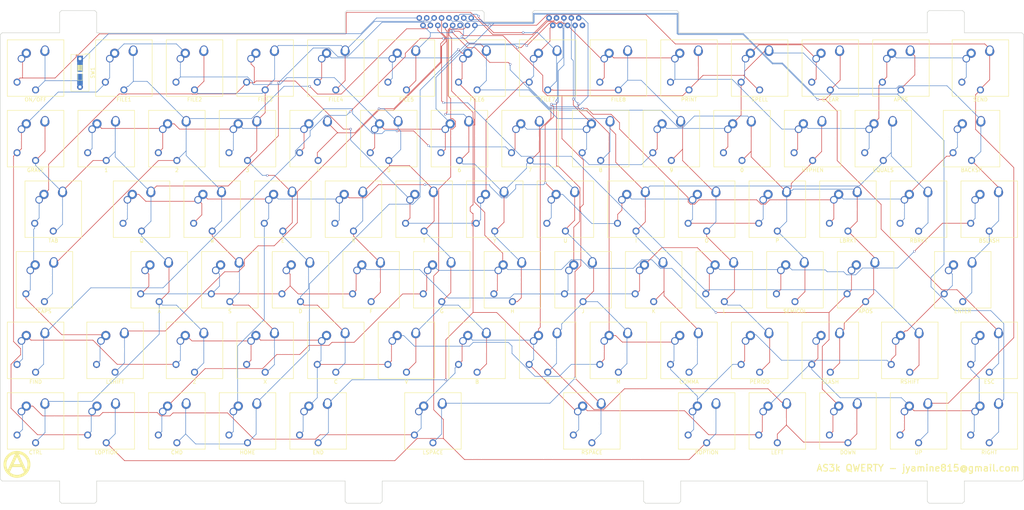
<source format=kicad_pcb>
(kicad_pcb (version 20240108) (generator "pcbnew") (generator_version "8.0")
  (title_block (title "AlphaSmart 3000 Mechanical Keyboard - QWERTY Layout") (rev "C") (comment 2 "LazyDog on GH") (comment 3 "jyamine815@gmail.com") (comment 4 "Joe Yamine"))
  (layers (0 "F.Cu" signal) (31 "B.Cu" signal) (34 "B.Paste" user) (35 "F.Paste" user) (36 "B.SilkS" user "B.Silkscreen") (37 "F.SilkS" user "F.Silkscreen") (38 "B.Mask" user) (39 "F.Mask" user) (44 "Edge.Cuts" user))
  (net 0 "")
  (net 1 "/COL1")
  (net 2 "/COL2")
  (net 3 "/COL3")
  (net 4 "/COL4")
  (net 5 "/COL5")
  (net 6 "/COL6")
  (net 7 "/COL7")
  (net 8 "/COL8")
  (net 9 "/COL9")
  (net 10 "/COL10")
  (net 11 "/COL11")
  (net 12 "/COL12")
  (net 13 "/COL13")
  (net 14 "/COL14")
  (net 15 "/COL15")
  (net 16 "/COL16")
  (net 17 "/ROW1")
  (net 18 "/ROW2")
  (net 19 "/ROW3")
  (net 20 "/ROW4")
  (net 21 "/ROW5")
  (net 22 "/ROW6")
  (net 23 "/ROW7")
  (net 24 "/ROW8")
  (net 25 "/ROW9")
  (net 26 "/ROW10")
  (net 27 "Net-(ON/OFF1-Pad1)")
  (footprint "AS_Parts:nrk" (layer "F.Cu") (at 81 195)
    (property "Reference" "G***" (hide yes))
    (property "Value" "LOGO" (hide yes))
  )
  (footprint "AS_Parts:SW_DIP_SPSTx01_Slide_9.78x4.72mm_W7.62mm_P2.54mm_wJumper" (layer "F.Cu") (at 98 85.5 -90)
    (property "Reference" "SW1")
    (property "Value" "SW_DIP_x01")
  )
  (footprint "AS_Parts:MX_ALPS_PG1350" (layer "F.Cu") (at 157.4625 145.175)
    (property "Reference" "D1")
    (property "Value" "D")
  )
  (footprint "AS_Parts:MX_ALPS_PG1350" (layer "F.Cu") (at 205.0875 164.225)
    (property "Reference" "B1")
    (property "Value" "B")
  )
  (footprint "AS_Parts:MX_ALPS_PG1350" (layer "F.Cu") (at 338.4375 107.075)
    (property "Reference" "BACKSP1")
    (property "Value" "BACKSP")
  )
  (footprint "AS_Parts:MX_ALPS_PG1350" (layer "F.Cu") (at 343.2 126.125)
    (property "Reference" "BSLASH1")
    (property "Value" "BSLASH")
  )
  (footprint "AS_Parts:MX_ALPS_PG1350" (layer "F.Cu") (at 166.9875 164.225)
    (property "Reference" "C1")
    (property "Value" "C")
  )
  (footprint "AS_Parts:MX_ALPS_PG1350" (layer "F.Cu") (at 88.40625 145.175)
    (property "Reference" "CAPS1")
    (property "Value" "CAPS")
  )
  (footprint "AS_Parts:MX_ALPS_PG1350" (layer "F.Cu") (at 324.15 126.125)
    (property "Reference" "CBRKT1")
    (property "Value" "RBRKT")
  )
  (footprint "AS_Parts:MX_ALPS_PG1350" (layer "F.Cu") (at 300.3375 88.025)
    (property "Reference" "CLEAR1")
    (property "Value" "CLEAR")
  )
  (footprint "AS_Parts:MX_ALPS_PG1350" (layer "F.Cu") (at 176.5125 145.175)
    (property "Reference" "F1")
    (property "Value" "F")
  )
  (footprint "AS_Parts:MX_ALPS_PG1350" (layer "F.Cu") (at 262.2375 164.225)
    (property "Reference" "COMMA1")
    (property "Value" "COMMA")
  )
  (footprint "AS_Parts:MX_ALPS_PG1350" (layer "F.Cu") (at 86.025 183.275)
    (property "Reference" "CTRL1")
    (property "Value" "CTRL")
  )
  (footprint "AS_Parts:MX_ALPS_PG1350" (layer "F.Cu") (at 319.3875 88.025)
    (property "Reference" "APPS1")
    (property "Value" "APPS")
  )
  (footprint "AS_Parts:MX_ALPS_PG1350" (layer "F.Cu") (at 305.1 183.275)
    (property "Reference" "DOWN1")
    (property "Value" "DOWN")
  )
  (footprint "AS_Parts:MX_ALPS_PG1350" (layer "F.Cu") (at 152.7 126.125)
    (property "Reference" "E1")
    (property "Value" "E")
  )
  (footprint "AS_Parts:MX_ALPS_PG1350" (layer "F.Cu") (at 238.425 107.075)
    (property "Reference" "EIGHT1")
    (property "Value" "8")
  )
  (footprint "AS_Parts:MX_ALPS_PG1350" (layer "F.Cu") (at 162.225 183.275)
    (property "Reference" "END1")
    (property "Value" "END")
  )
  (footprint "AS_Parts:MX_ALPS_PG1350" (layer "F.Cu") (at 336.05625 145.175)
    (property "Reference" "ENTER1")
    (property "Value" "ENTER")
  )
  (footprint "AS_Parts:MX_ALPS_PG1350" (layer "F.Cu") (at 314.625 107.075)
    (property "Reference" "EQUALS1")
    (property "Value" "EQUALS")
  )
  (footprint "AS_Parts:MX_ALPS_PG1350" (layer "F.Cu") (at 343.2 164.225)
    (property "Reference" "ESC1")
    (property "Value" "ESC")
  )
  (footprint "AS_Parts:MX_ALPS_PG1350" (layer "F.Cu") (at 124.125 183.275)
    (property "Reference" "CMD1")
    (property "Value" "CMD")
  )
  (footprint "AS_Parts:MX_ALPS_PG1350" (layer "F.Cu") (at 252.7125 145.175)
    (property "Reference" "K1")
    (property "Value" "K")
  )
  (footprint "AS_Parts:MX_ALPS_PG1350" (layer "F.Cu") (at 162.225 107.075)
    (property "Reference" "FOUR1")
    (property "Value" "4")
  )
  (footprint "AS_Parts:MX_ALPS_PG1350" (layer "F.Cu") (at 128.8875 88.025)
    (property "Reference" "FILE2")
    (property "Value" "FILE2")
  )
  (footprint "AS_Parts:MX_ALPS_PG1350" (layer "F.Cu") (at 147.9375 88.025)
    (property "Reference" "FILE3")
    (property "Value" "FILE3")
  )
  (footprint "AS_Parts:MX_ALPS_PG1350" (layer "F.Cu") (at 166.9875 88.025)
    (property "Reference" "FILE4")
    (property "Value" "FILE4")
  )
  (footprint "AS_Parts:MX_ALPS_PG1350" (layer "F.Cu") (at 186.0375 88.025)
    (property "Reference" "FILE5")
    (property "Value" "FILE5")
  )
  (footprint "AS_Parts:MX_ALPS_PG1350" (layer "F.Cu") (at 205.0875 88.025)
    (property "Reference" "FILE6")
    (property "Value" "FILE6")
  )
  (footprint "AS_Parts:MX_ALPS_PG1350" (layer "F.Cu") (at 224.1375 88.025)
    (property "Reference" "FILE7")
    (property "Value" "FILE7")
  )
  (footprint "AS_Parts:MX_ALPS_PG1350" (layer "F.Cu") (at 243.1875 88.025)
    (property "Reference" "FILE8")
    (property "Value" "FILE8")
  )
  (footprint "AS_Parts:MX_ALPS_PG1350" (layer "F.Cu") (at 86.025 164.225)
    (property "Reference" "FIND1")
    (property "Value" "FIND")
  )
  (footprint "AS_Parts:MX_ALPS_PG1350" (layer "F.Cu") (at 119.3625 145.175)
    (property "Reference" "A1")
    (property "Value" "A")
  )
  (footprint "AS_Parts:MX_ALPS_PG1350" (layer "F.Cu") (at 109.8375 88.025)
    (property "Reference" "FILE1")
    (property "Value" "FILE1")
  )
  (footprint "AS_Parts:MX_ALPS_PG1350" (layer "F.Cu") (at 195.5625 145.175)
    (property "Reference" "G1")
    (property "Value" "G")
  )
  (footprint "AS_Parts:MX_ALPS_PG1350" (layer "F.Cu") (at 86.025 107.075)
    (property "Reference" "GRAVE1")
    (property "Value" "GRAVE")
  )
  (footprint "AS_Parts:MX_ALPS_PG1350" (layer "F.Cu") (at 214.6125 145.175)
    (property "Reference" "H1")
    (property "Value" "H")
  )
  (footprint "AS_Parts:MX_ALPS_PG1350" (layer "F.Cu") (at 143.175 183.275)
    (property "Reference" "HOME1")
    (property "Value" "HOME")
  )
  (footprint "AS_Parts:MX_ALPS_PG1350" (layer "F.Cu") (at 295.575 107.075)
    (property "Reference" "HYPHEN1")
    (property "Value" "HYPHEN")
  )
  (footprint "AS_Parts:MX_ALPS_PG1350" (layer "F.Cu") (at 247.95 126.125)
    (property "Reference" "I1")
    (property "Value" "I")
  )
  (footprint "AS_Parts:MX_ALPS_PG1350" (layer "F.Cu") (at 233.6625 145.175)
    (property "Reference" "J3")
    (property "Value" "J")
  )
  (footprint "AS_Parts:MX_ALPS_PG1350" (layer "F.Cu") (at 181.275 107.075)
    (property "Reference" "FIVE1")
    (property "Value" "5")
  )
  (footprint "AS_Parts:MX_ALPS_PG1350" (layer "F.Cu") (at 309.8625 145.175)
    (property "Reference" "APOS1")
    (property "Value" "APOS")
  )
  (footprint "AS_Parts:MX_ALPS_PG1350" (layer "F.Cu") (at 86.025 88.025)
    (property "Reference" "ON/OFF1")
    (property "Value" "ON/OFF")
  )
  (footprint "AS_Parts:MX_ALPS_PG1350" (layer "F.Cu") (at 286.05 183.275)
    (property "Reference" "LEFT1")
    (property "Value" "LEFT")
  )
  (footprint "AS_Parts:MX_ALPS_PG1350" (layer "F.Cu") (at 105.075 183.275)
    (property "Reference" "LOPTION1")
    (property "Value" "LOPTION")
  )
  (footprint "AS_Parts:MX_ALPS_PG1350" (layer "F.Cu") (at 107.45625 164.225)
    (property "Reference" "LSHIFT1")
    (property "Value" "LSHIFT")
  )
  (footprint "AS_Parts:MX_ALPS_PG1350" (layer "F.Cu") (at 193.18125 183.275)
    (property "Reference" "LSPACE1")
    (property "Value" "LSPACE")
  )
  (footprint "AS_Parts:MX_ALPS_PG1350" (layer "F.Cu") (at 243.1875 164.225)
    (property "Reference" "M1")
    (property "Value" "M")
  )
  (footprint "AS_Parts:MX_ALPS_PG1350" (layer "F.Cu") (at 224.1375 164.225)
    (property "Reference" "N1")
    (property "Value" "N")
  )
  (footprint "AS_Parts:MX_ALPS_PG1350" (layer "F.Cu") (at 257.475 107.075)
    (property "Reference" "NINE1")
    (property "Value" "9")
  )
  (footprint "AS_Parts:MX_ALPS_PG1350" (layer "F.Cu") (at 267 126.125)
    (property "Reference" "O1")
    (property "Value" "O")
  )
  (footprint "AS_Parts:MX_ALPS_PG1350" (layer "F.Cu") (at 236.04375 183.275)
    (property "Reference" "RSPACE1")
    (property "Value" "RSPACE")
  )
  (footprint "AS_Parts:MX_ALPS_PG1350" (layer "F.Cu") (at 290.8125 145.175)
    (property "Reference" "SEMICOL1")
    (property "Value" "SEMICOL")
  )
  (footprint "AS_Parts:MX_ALPS_PG1350" (layer "F.Cu") (at 105.075 107.075)
    (property "Reference" "ONE1")
    (property "Value" "1")
  )
  (footprint "AS_Parts:MX_ALPS_PG1350" (layer "F.Cu") (at 286.05 126.125)
    (property "Reference" "P1")
    (property "Value" "P")
  )
  (footprint "AS_Parts:MX_ALPS_PG1350" (layer "F.Cu") (at 281.2875 164.225)
    (property "Reference" "PERIOD1")
    (property "Value" "PERIOD")
  )
  (footprint "AS_Parts:MX_ALPS_PG1350" (layer "F.Cu") (at 262.2375 88.025)
    (property "Reference" "PRINT1")
    (property "Value" "PRINT")
  )
  (footprint "AS_Parts:MX_ALPS_PG1350" (layer "F.Cu") (at 114.6 126.125)
    (property "Reference" "Q1")
    (property "Value" "Q")
  )
  (footprint "AS_Parts:MX_ALPS_PG1350" (layer "F.Cu") (at 171.75 126.125)
    (property "Reference" "R1")
    (property "Value" "R")
  )
  (footprint "AS_Parts:MX_ALPS_PG1350" (layer "F.Cu") (at 343.2 183.275)
    (property "Reference" "RIGHT1")
    (property "Value" "RIGHT")
  )
  (footprint "AS_Parts:MX_ALPS_PG1350" (layer "F.Cu") (at 267 183.275)
    (property "Reference" "ROPTION1")
    (property "Value" "ROPTION")
  )
  (footprint "AS_Parts:MX_ALPS_PG1350" (layer "F.Cu") (at 305.1 126.125)
    (property "Reference" "OBRKT1")
    (property "Value" "LBRKT")
  )
  (footprint "AS_Parts:MX_ALPS_PG1350" (layer "F.Cu") (at 90.7875 126.125)
    (property "Reference" "TAB1")
    (property "Value" "TAB")
  )
  (footprint "AS_Parts:MX_ALPS_PG1350" (layer "F.Cu") (at 138.4125 145.175)
    (property "Reference" "S1")
    (property "Value" "S")
  )
  (footprint "AS_Parts:MX_ALPS_PG1350" (layer "F.Cu") (at 340.81875 88.025)
    (property "Reference" "SEND1")
    (property "Value" "SEND")
  )
  (footprint "AS_Parts:MX_ALPS_PG1350" (layer "F.Cu") (at 219.375 107.075)
    (property "Reference" "SEVEN1")
    (property "Value" "7")
  )
  (footprint "AS_Parts:MX_ALPS_PG1350" (layer "F.Cu") (at 200.325 107.075)
    (property "Reference" "SIX1")
    (property "Value" "6")
  )
  (footprint "AS_Parts:MX_ALPS_PG1350" (layer "F.Cu") (at 300.3375 164.225)
    (property "Reference" "SLASH1")
    (property "Value" "SLASH")
  )
  (footprint "AS_Parts:MX_ALPS_PG1350" (layer "F.Cu") (at 281.2875 88.025)
    (property "Reference" "SPELL1")
    (property "Value" "SPELL")
  )
  (footprint "AS_Parts:MX_ALPS_PG1350" (layer "F.Cu") (at 190.8 126.125)
    (property "Reference" "T1")
    (property "Value" "T")
  )
  (footprint "AS_Parts:MX_ALPS_PG1350" (layer "F.Cu") (at 321.76875 164.225)
    (property "Reference" "RSHIFT1")
    (property "Value" "RSHIFT")
  )
  (footprint "AS_Parts:MX_ALPS_PG1350" (layer "F.Cu") (at 143.175 107.075)
    (property "Reference" "THREE1")
    (property "Value" "3")
  )
  (footprint "AS_Parts:MX_ALPS_PG1350" (layer "F.Cu") (at 124.125 107.075)
    (property "Reference" "TWO1")
    (property "Value" "2")
  )
  (footprint "AS_Parts:MX_ALPS_PG1350" (layer "F.Cu") (at 228.9 126.125)
    (property "Reference" "U1")
    (property "Value" "U")
  )
  (footprint "AS_Parts:MX_ALPS_PG1350" (layer "F.Cu") (at 324.15 183.275)
    (property "Reference" "UP1")
    (property "Value" "UP")
  )
  (footprint "AS_Parts:MX_ALPS_PG1350" (layer "F.Cu") (at 186.0375 164.225)
    (property "Reference" "V1")
    (property "Value" "V")
  )
  (footprint "AS_Parts:MX_ALPS_PG1350" (layer "F.Cu") (at 133.65 126.125)
    (property "Reference" "W1")
    (property "Value" "W")
  )
  (footprint "AS_Parts:MX_ALPS_PG1350" (layer "F.Cu") (at 147.9375 164.225)
    (property "Reference" "X1")
    (property "Value" "X")
  )
  (footprint "AS_Parts:MX_ALPS_PG1350" (layer "F.Cu") (at 209.85 126.125)
    (property "Reference" "Y1")
    (property "Value" "Y")
  )
  (footprint "AS_Parts:MX_ALPS_PG1350" (layer "F.Cu") (at 128.8875 164.225)
    (property "Reference" "Z1")
    (property "Value" "Z")
  )
  (footprint "AS_Parts:MX_ALPS_PG1350" (layer "F.Cu") (at 276.525 107.075)
    (property "Reference" "ZERO1")
    (property "Value" "0")
  )
  (footprint "AS_Parts:MX_ALPS_PG1350" (layer "F.Cu") (at 271.7625 145.175)
    (property "Reference" "L1")
    (property "Value" "L")
  )
  (footprint "MountingHole:MountingHole_3mm" (layer "F.Cu") (at 97.5 75.5)
    (property "Reference" "REF**" (hide yes))
    (property "Value" "MountingHole_3mm")
  )
  (footprint "MountingHole:MountingHole_3mm" (layer "F.Cu") (at 174.5 75.5)
    (property "Reference" "REF**" (hide yes))
    (property "Value" "MountingHole_3mm")
  )
  (footprint "MountingHole:MountingHole_3mm" (layer "F.Cu") (at 255 75.5)
    (property "Reference" "REF**" (hide yes))
    (property "Value" "MountingHole_3mm")
  )
  (footprint "MountingHole:MountingHole_3mm" (layer "F.Cu") (at 331.5 75.5)
    (property "Reference" "REF**" (hide yes))
    (property "Value" "MountingHole_3mm")
  )
  (footprint "MountingHole:MountingHole_3mm" (layer "F.Cu") (at 97.5 202.5)
    (property "Reference" "REF**" (hide yes))
    (property "Value" "MountingHole_3mm")
  )
  (footprint "MountingHole:MountingHole_3mm" (layer "F.Cu") (at 174.5 202.5)
    (property "Reference" "REF**" (hide yes))
    (property "Value" "MountingHole_3mm")
  )
  (footprint "MountingHole:MountingHole_3mm" (layer "F.Cu") (at 255 202.5)
    (property "Reference" "REF**" (hide yes))
    (property "Value" "MountingHole_3mm")
  )
  (footprint "MountingHole:MountingHole_3mm" (layer "F.Cu") (at 331.5 202.5)
    (property "Reference" "REF**" (hide yes))
    (property "Value" "MountingHole_3mm")
  )
  (footprint "AS_Parts:2U_STABILIZER" (layer "F.Cu") (at 193.18125 183.275)
    (property "Reference" "REF**" (hide yes))
    (property "Value" "2U_STABILIZER")
  )
  (footprint "AS_Parts:2U_STABILIZER" (layer "F.Cu") (at 236.04375 183.275)
    (property "Reference" "REF**" (hide yes))
    (property "Value" "2U_STABILIZER")
  )
  (footprint "AS_Parts:SLW16R-1C7LF" (layer "B.Cu") (at 197 75.5)
    (property "Reference" "J1" (hide yes))
    (property "Value" "Conn_01x16")
  )
  (footprint "AS_Parts:HLW10R-2C7LF" (layer "B.Cu") (at 229 75.5)
    (property "Reference" "J2" (hide yes))
    (property "Value" "Conn_01x10")
  )
  (gr_line (start 250.5 205.5) (end 259.5 205.5) (stroke (width 0.15)) (layer "Edge.Cuts"))
  (gr_line (start 207 73) (end 207 75.5) (stroke (width 0.15)) (layer "Edge.Cuts"))
  (gr_line (start 102.5 78.5) (end 169.5 78.5) (stroke (width 0.15)) (layer "Edge.Cuts"))
  (gr_line (start 336.5 199.5) (end 336.5 205) (stroke (width 0.15)) (layer "Edge.Cuts"))
  (gr_line (start 220 73) (end 220.5 72.5) (stroke (width 0.15)) (layer "Edge.Cuts"))
  (gr_line (start 352.5 199) (end 352.5 79) (stroke (width 0.15)) (layer "Edge.Cuts"))
  (gr_line (start 327 205.5) (end 336 205.5) (stroke (width 0.15)) (layer "Edge.Cuts"))
  (gr_line (start 102.5 199.5) (end 169.5 199.5) (stroke (width 0.15)) (layer "Edge.Cuts"))
  (gr_line (start 259 72.5) (end 259.5 73) (stroke (width 0.15)) (layer "Edge.Cuts"))
  (gr_line (start 102 72.5) (end 102.5 73) (stroke (width 0.15)) (layer "Edge.Cuts"))
  (gr_line (start 336.5 78.5) (end 352 78.5) (stroke (width 0.15)) (layer "Edge.Cuts"))
  (gr_line (start 260 205) (end 260 199.5) (stroke (width 0.15)) (layer "Edge.Cuts"))
  (gr_line (start 259.5 205.5) (end 260 205) (stroke (width 0.15)) (layer "Edge.Cuts"))
  (gr_line (start 102 205.5) (end 102.5 205) (stroke (width 0.15)) (layer "Edge.Cuts"))
  (gr_line (start 76.5 79) (end 77 78.5) (stroke (width 0.15)) (layer "Edge.Cuts"))
  (gr_line (start 179.5 205) (end 179.5 199.5) (stroke (width 0.15)) (layer "Edge.Cuts"))
  (gr_line (start 92.5 73) (end 93 72.5) (stroke (width 0.15)) (layer "Edge.Cuts"))
  (gr_line (start 260 199.5) (end 326.5 199.5) (stroke (width 0.15)) (layer "Edge.Cuts"))
  (gr_line (start 170 72.5) (end 206.5 72.5) (stroke (width 0.15)) (layer "Edge.Cuts"))
  (gr_line (start 102 72.5) (end 93 72.5) (stroke (width 0.15)) (layer "Edge.Cuts"))
  (gr_line (start 170 205.5) (end 179 205.5) (stroke (width 0.15)) (layer "Edge.Cuts"))
  (gr_line (start 169.5 205) (end 170 205.5) (stroke (width 0.15)) (layer "Edge.Cuts"))
  (gr_line (start 336 72.5) (end 336.5 73) (stroke (width 0.15)) (layer "Edge.Cuts"))
  (gr_line (start 169.5 205) (end 169.5 199.5) (stroke (width 0.15)) (layer "Edge.Cuts"))
  (gr_line (start 169.5 73) (end 170 72.5) (stroke (width 0.15)) (layer "Edge.Cuts"))
  (gr_line (start 259.5 73) (end 259.5 78.5) (stroke (width 0.15)) (layer "Edge.Cuts"))
  (gr_line (start 250 205) (end 250 199.5) (stroke (width 0.15)) (layer "Edge.Cuts"))
  (gr_line (start 352 199.5) (end 352.5 199) (stroke (width 0.15)) (layer "Edge.Cuts"))
  (gr_line (start 326.5 73) (end 327 72.5) (stroke (width 0.15)) (layer "Edge.Cuts"))
  (gr_line (start 326.5 199.5) (end 326.5 205) (stroke (width 0.15)) (layer "Edge.Cuts"))
  (gr_line (start 250 205) (end 250.5 205.5) (stroke (width 0.15)) (layer "Edge.Cuts"))
  (gr_line (start 76.5 79) (end 76.5 199) (stroke (width 0.15)) (layer "Edge.Cuts"))
  (gr_line (start 92.5 199.5) (end 92.5 205) (stroke (width 0.15)) (layer "Edge.Cuts"))
  (gr_line (start 179.5 199.5) (end 250 199.5) (stroke (width 0.15)) (layer "Edge.Cuts"))
  (gr_line (start 92.5 205) (end 93 205.5) (stroke (width 0.15)) (layer "Edge.Cuts"))
  (gr_line (start 336.5 73) (end 336.5 78.5) (stroke (width 0.15)) (layer "Edge.Cuts"))
  (gr_line (start 336 205.5) (end 336.5 205) (stroke (width 0.15)) (layer "Edge.Cuts"))
  (gr_line (start 326.5 78.5) (end 259.5 78.5) (stroke (width 0.15)) (layer "Edge.Cuts"))
  (gr_line (start 326.5 205) (end 327 205.5) (stroke (width 0.15)) (layer "Edge.Cuts"))
  (gr_line (start 336.5 199.5) (end 352 199.5) (stroke (width 0.15)) (layer "Edge.Cuts"))
  (gr_line (start 102.5 73) (end 102.5 78.5) (stroke (width 0.15)) (layer "Edge.Cuts"))
  (gr_line (start 220.5 72.5) (end 259 72.5) (stroke (width 0.15)) (layer "Edge.Cuts"))
  (gr_line (start 207 75.5) (end 220 75.5) (stroke (width 0.15)) (layer "Edge.Cuts"))
  (gr_line (start 179 205.5) (end 179.5 205) (stroke (width 0.15)) (layer "Edge.Cuts"))
  (gr_line (start 92.5 73) (end 92.5 78.5) (stroke (width 0.15)) (layer "Edge.Cuts"))
  (gr_line (start 327 72.5) (end 336 72.5) (stroke (width 0.15)) (layer "Edge.Cuts"))
  (gr_line (start 220 73) (end 220 75.5) (stroke (width 0.15)) (layer "Edge.Cuts"))
  (gr_line (start 77 78.5) (end 92.5 78.5) (stroke (width 0.15)) (layer "Edge.Cuts"))
  (gr_line (start 77 199.5) (end 92.5 199.5) (stroke (width 0.15)) (layer "Edge.Cuts"))
  (gr_line (start 207 73) (end 206.5 72.5) (stroke (width 0.15)) (layer "Edge.Cuts"))
  (gr_line (start 352 78.5) (end 352.5 79) (stroke (width 0.15)) (layer "Edge.Cuts"))
  (gr_line (start 93 205.5) (end 102 205.5) (stroke (width 0.15)) (layer "Edge.Cuts"))
  (gr_line (start 76.5 199) (end 77 199.5) (stroke (width 0.15)) (layer "Edge.Cuts"))
  (gr_line (start 326.5 73) (end 326.5 78.5) (stroke (width 0.15)) (layer "Edge.Cuts"))
  (gr_line (start 102.5 199.5) (end 102.5 205) (stroke (width 0.15)) (layer "Edge.Cuts"))
  (gr_line (start 169.5 73) (end 169.5 78.5) (stroke (width 0.15)) (layer "Edge.Cuts"))
  (gr_text "AS3k QWERTY - jyamine815@gmail.com" (at 324 196 0) (layer "F.SilkS") (effects (font (size 1.8 1.8) (thickness 0.3))))
  (segment (start 177.974563 74.5) (end 188.43934 74.5) (width 0.14) (layer "B.Cu") (net 1))
  (segment (start 98 85.5) (end 98.94 85.5) (width 0.14) (layer "B.Cu") (net 1))
  (segment (start 173.727553 78.74701) (end 177.974563 74.5) (width 0.14) (layer "B.Cu") (net 1))
  (segment (start 188.43934 74.5) (end 189.5 74.5) (width 0.14) (layer "B.Cu") (net 1))
  (segment (start 98.94 85.5) (end 105.69299 78.74701) (width 0.14) (layer "B.Cu") (net 1))
  (segment (start 98 85.5) (end 98 87.5) (width 0.14) (layer "B.Cu") (net 1))
  (segment (start 105.69299 78.74701) (end 173.727553 78.74701) (width 0.14) (layer "B.Cu") (net 1))
  (segment (start 231.496599 171.727849) (end 231.496599 142.945463) (width 0.14) (layer "F.Cu") (net 2))
  (segment (start 227.972001 95.5) (end 260.5 95.5) (width 0.14) (layer "F.Cu") (net 2))
  (segment (start 199.157018 78.065231) (end 198.732754 78.065231) (width 0.14) (layer "F.Cu") (net 2))
  (segment (start 212.074875 79.273439) (end 201.472001 79.273439) (width 0.14) (layer "F.Cu") (net 2))
  (segment (start 277.230401 88.876565) (end 282.606966 83.5) (width 0.14) (layer "F.Cu") (net 2))
  (segment (start 277.230401 89.769599) (end 277.230401 88.876565) (width 0.14) (layer "F.Cu") (net 2))
  (segment (start 233.742011 124.849095) (end 233.742011 112.852573) (width 0.14) (layer "F.Cu") (net 2))
  (segment (start 231.496599 142.945463) (end 233.064012 141.37805) (width 0.14) (layer "F.Cu") (net 2))
  (segment (start 233.064012 126.722906) (end 232.957099 126.615993) (width 0.14) (layer "F.Cu") (net 2))
  (segment (start 264.7375 83.525) (end 264.7375 91.2625) (width 0.14) (layer "F.Cu") (net 2))
  (segment (start 233.742011 112.852573) (end 227.972001 107.082563) (width 0.14) (layer "F.Cu") (net 2))
  (segment (start 232.957099 126.615993) (end 232.957099 125.634007) (width 0.14) (layer "F.Cu") (net 2))
  (segment (start 232.957099 125.634007) (end 233.742011 124.849095) (width 0.14) (layer "F.Cu") (net 2))
  (segment (start 227.972001 107.082563) (end 227.972001 95.5) (width 0.14) (layer "F.Cu") (net 2))
  (segment (start 224.051938 95.5) (end 227.972001 95.5) (width 0.14) (layer "F.Cu") (net 2))
  (segment (start 233.064012 141.37805) (end 233.064012 126.722906) (width 0.14) (layer "F.Cu") (net 2))
  (segment (start 260.5 95.5) (end 262 94) (width 0.14) (layer "F.Cu") (net 2))
  (segment (start 264.7375 91.2625) (end 262.5 93.5) (width 0.14) (layer "F.Cu") (net 2))
  (segment (start 222.801436 90) (end 222.801436 94.249498) (width 0.14) (layer "F.Cu") (net 2))
  (segment (start 222.801436 90) (end 212.074875 79.273439) (width 0.14) (layer "F.Cu") (net 2))
  (segment (start 282.606966 83.5) (end 283.5 83.5) (width 0.14) (layer "F.Cu") (net 2))
  (segment (start 277 90) (end 277.230401 89.769599) (width 0.14) (layer "F.Cu") (net 2))
  (segment (start 266 90) (end 277 90) (width 0.14) (layer "F.Cu") (net 2))
  (segment (start 200.263793 78.065231) (end 199.157018 78.065231) (width 0.14) (layer "F.Cu") (net 2))
  (segment (start 338.4375 112.975) (end 346 120.5375) (width 0.14) (layer "F.Cu") (net 2))
  (segment (start 238.54375 178.775) (end 231.496599 171.727849) (width 0.14) (layer "F.Cu") (net 2))
  (segment (start 277 90) (end 281 94) (width 0.14) (layer "F.Cu") (net 2))
  (segment (start 264.7375 91.2625) (end 266 90) (width 0.14) (layer "F.Cu") (net 2))
  (segment (start 188.5775 82.945) (end 188.5775 91.4225) (width 0.14) (layer "F.Cu") (net 2))
  (segment (start 222.801436 94.249498) (end 224.051938 95.5) (width 0.14) (layer "F.Cu") (net 2))
  (segment (start 201.472001 79.273439) (end 200.263793 78.065231) (width 0.14) (layer "F.Cu") (net 2))
  (segment (start 188.5775 91.4225) (end 186 94) (width 0.14) (layer "F.Cu") (net 2))
  (via (at 198.732754 78.065231) (size 0.6) (drill 0.4) (layers "F.Cu" "B.Cu") (net 2))
  (via (at 231.496599 171.727849) (size 0.6) (drill 0.4) (layers "F.Cu" "B.Cu") (net 2))
  (segment (start 340.9375 110.5625) (end 338.5 113) (width 0.14) (layer "B.Cu") (net 2))
  (segment (start 198.432755 78.36523) (end 198.732754 78.065231) (width 0.14) (layer "B.Cu") (net 2))
  (segment (start 193.18125 189.175) (end 195.5 186.85625) (width 0.14) (layer "B.Cu") (net 2))
  (segment (start 331.802999 92.802999) (end 341 102) (width 0.14) (layer "B.Cu") (net 2))
  (segment (start 343.2 135.3) (end 338.5 140) (width 0.14) (layer "B.Cu") (net 2))
  (segment (start 340.9375 102.575) (end 340.9375 110.5625) (width 0.14) (layer "B.Cu") (net 2))
  (segment (start 190.5 76.5) (end 192.472001 78.472001) (width 0.14) (layer "B.Cu") (net 2))
  (segment (start 238.5 186.71875) (end 238.5 179) (width 0.14) (layer "B.Cu") (net 2))
  (segment (start 195.5 186.85625) (end 195.5 179) (width 0.14) (layer "B.Cu") (net 2))
  (segment (start 192.472001 78.472001) (end 192.472001 79.527999) (width 0.14) (layer "B.Cu") (net 2))
  (segment (start 224.724448 178.5) (end 196 178.5) (width 0.14) (layer "B.Cu") (net 2))
  (segment (start 345.74 129.26) (end 343 132) (width 0.14) (layer "B.Cu") (net 2))
  (segment (start 318.848939 92.802999) (end 331.802999 92.802999) (width 0.14) (layer "B.Cu") (net 2))
  (segment (start 345.74 121.045) (end 345.74 129.26) (width 0.14) (layer "B.Cu") (net 2))
  (segment (start 283.8275 82.945) (end 284.843499 83.960999) (width 0.14) (layer "B.Cu") (net 2))
  (segment (start 192.472001 79.527999) (end 189 83) (width 0.14) (layer "B.Cu") (net 2))
  (segment (start 343.2 132.025) (end 343.2 135.3) (width 0.14) (layer "B.Cu") (net 2))
  (segment (start 336.05625 151.075) (end 338.5 148.63125) (width 0.14) (layer "B.Cu") (net 2))
  (segment (start 284.843499 83.960999) (end 293.067965 83.960999) (width 0.14) (layer "B.Cu") (net 2))
  (segment (start 293.067965 83.960999) (end 302.606966 93.5) (width 0.14) (layer "B.Cu") (net 2))
  (segment (start 231.496599 171.727849) (end 224.724448 178.5) (width 0.14) (layer "B.Cu") (net 2))
  (segment (start 198.325984 78.472001) (end 198.432755 78.36523) (width 0.14) (layer "B.Cu") (net 2))
  (segment (start 318.151938 93.5) (end 318.848939 92.802999) (width 0.14) (layer "B.Cu") (net 2))
  (segment (start 302.606966 93.5) (end 318.151938 93.5) (width 0.14) (layer "B.Cu") (net 2))
  (segment (start 192.472001 78.472001) (end 198.325984 78.472001) (width 0.14) (layer "B.Cu") (net 2))
  (segment (start 338.5 148.63125) (end 338.5 141) (width 0.14) (layer "B.Cu") (net 2))
  (segment (start 236.04375 189.175) (end 238.5 186.71875) (width 0.14) (layer "B.Cu") (net 2))
  (segment (start 131.4275 82.945) (end 131.4275 91.5725) (width 0.14) (layer "F.Cu") (net 3))
  (segment (start 162.024999 152.024999) (end 169.5 159.5) (width 0.14) (layer "F.Cu") (net 3))
  (segment (start 150.5 117) (end 154.5 121) (width 0.14) (layer "F.Cu") (net 3))
  (segment (start 157.4625 151.075) (end 158.412499 152.024999) (width 0.14) (layer "F.Cu") (net 3))
  (segment (start 166.9875 93.925) (end 169.5 91.4125) (width 0.14) (layer "F.Cu") (net 3))
  (segment (start 169.5 91.4125) (end 169.5 83.5) (width 0.14) (layer "F.Cu") (net 3))
  (segment (start 149.5 92) (end 148 93.5) (width 0.14) (layer "F.Cu") (net 3))
  (segment (start 145.675 102.575) (end 145.675 110.325) (width 0.14) (layer "F.Cu") (net 3))
  (segment (start 148 93.5) (end 147.5 94) (width 0.14) (layer "F.Cu") (net 3))
  (segment (start 145.675 110.325) (end 143 113) (width 0.14) (layer "F.Cu") (net 3))
  (segment (start 148.5 117) (end 150.5 117) (width 0.14) (layer "F.Cu") (net 3))
  (segment (start 131.4275 91.5725) (end 129 94) (width 0.14) (layer "F.Cu") (net 3))
  (segment (start 158.412499 152.024999) (end 162.024999 152.024999) (width 0.14) (layer "F.Cu") (net 3))
  (segment (start 155.24 129.76) (end 153 132) (width 0.14) (layer "F.Cu") (net 3))
  (segment (start 155.24 121.045) (end 155.24 129.76) (width 0.14) (layer "F.Cu") (net 3))
  (segment (start 147.9375 93.925) (end 147.9375 100.0625) (width 0.14) (layer "F.Cu") (net 3))
  (segment (start 147.9375 100.0625) (end 146 102) (width 0.14) (layer "F.Cu") (net 3))
  (via (at 149.5 92) (size 0.6) (drill 0.4) (layers "F.Cu" "B.Cu") (net 3))
  (via (at 148.5 117) (size 0.6) (drill 0.4) (layers "F.Cu" "B.Cu") (net 3))
  (segment (start 157.4625 149.731498) (end 159.628401 147.565597) (width 0.14) (layer "B.Cu") (net 3))
  (segment (start 152.7 133.368502) (end 159.831498 140.5) (width 0.14) (layer "B.Cu") (net 3))
  (segment (start 150.4775 91.0225) (end 149.5 92) (width 0.14) (layer "B.Cu") (net 3))
  (segment (start 189.871183 75.422) (end 177.394816 75.422001) (width 0.14) (layer "B.Cu") (net 3))
  (segment (start 159.628401 147.565597) (end 159.628401 140.871599) (width 0.14) (layer "B.Cu") (net 3))
  (segment (start 150.4775 82.945) (end 150.4775 91.0225) (width 0.14) (layer "B.Cu") (net 3))
  (segment (start 177.394816 75.422001) (end 169.816817 83) (width 0.14) (layer "B.Cu") (net 3))
  (segment (start 147.125001 94.874999) (end 147.5 94.5) (width 0.14) (layer "B.Cu") (net 3))
  (segment (start 190.664012 75.335988) (end 189.957195 75.335988) (width 0.14) (layer "B.Cu") (net 3))
  (segment (start 129.837499 94.874999) (end 147.125001 94.874999) (width 0.14) (layer "B.Cu") (net 3))
  (segment (start 168.429001 81.929001) (end 169.102999 82.602999) (width 0.14) (layer "B.Cu") (net 3))
  (segment (start 191.5 74.5) (end 190.664012 75.335988) (width 0.14) (layer "B.Cu") (net 3))
  (segment (start 189.957195 75.335988) (end 189.871183 75.422) (width 0.14) (layer "B.Cu") (net 3))
  (segment (start 128.8875 93.925) (end 129.837499 94.874999) (width 0.14) (layer "B.Cu") (net 3))
  (segment (start 151.493499 81.929001) (end 168.429001 81.929001) (width 0.14) (layer "B.Cu") (net 3))
  (segment (start 143.175 112.975) (end 147.2 117) (width 0.14) (layer "B.Cu") (net 3))
  (segment (start 166.9875 170.125) (end 169.5 167.6125) (width 0.14) (layer "B.Cu") (net 3))
  (segment (start 169.5 167.6125) (end 169.5 160) (width 0.14) (layer "B.Cu") (net 3))
  (segment (start 150.4775 82.945) (end 151.493499 81.929001) (width 0.14) (layer "B.Cu") (net 3))
  (segment (start 157.4625 151.075) (end 157.4625 149.731498) (width 0.14) (layer "B.Cu") (net 3))
  (segment (start 147.2 117) (end 148.5 117) (width 0.14) (layer "B.Cu") (net 3))
  (segment (start 152.7 132.025) (end 152.7 133.368502) (width 0.14) (layer "B.Cu") (net 3))
  (segment (start 168.452999 95.047001) (end 162.047001 95.047001) (width 0.14) (layer "F.Cu") (net 4))
  (segment (start 119.145438 112.975) (end 92.120438 140) (width 0.14) (layer "F.Cu") (net 4))
  (segment (start 139.362499 152.024999) (end 143.524999 152.024999) (width 0.14) (layer "F.Cu") (net 4))
  (segment (start 160.247 93.247) (end 159.947001 92.947001) (width 0.14) (layer "F.Cu") (net 4))
  (segment (start 143.524999 152.024999) (end 150.5 159) (width 0.14) (layer "F.Cu") (net 4))
  (segment (start 191.577999 77.422001) (end 186.077999 77.422001) (width 0.14) (layer "F.Cu") (net 4))
  (segment (start 138.4125 151.075) (end 139.362499 152.024999) (width 0.14) (layer "F.Cu") (net 4))
  (segment (start 124.125 112.975) (end 119.145438 112.975) (width 0.14) (layer "F.Cu") (net 4))
  (segment (start 162.047001 95.047001) (end 160.247 93.247) (width 0.14) (layer "F.Cu") (net 4))
  (segment (start 186.077999 77.422001) (end 168.452999 95.047001) (width 0.14) (layer "F.Cu") (net 4))
  (segment (start 92.120438 140) (end 91.5 140) (width 0.14) (layer "F.Cu") (net 4))
  (segment (start 133.65 133.368502) (end 140.781498 140.5) (width 0.14) (layer "F.Cu") (net 4))
  (segment (start 133.65 132.025) (end 133.65 133.368502) (width 0.14) (layer "F.Cu") (net 4))
  (segment (start 192.5 76.5) (end 191.577999 77.422001) (width 0.14) (layer "F.Cu") (net 4))
  (via (at 159.947001 92.947001) (size 0.6) (drill 0.4) (layers "F.Cu" "B.Cu") (net 4))
  (segment (start 136.19 121.045) (end 136.19 129.31) (width 0.14) (layer "B.Cu") (net 4))
  (segment (start 144.298759 101.652999) (end 126.847001 101.652999) (width 0.14) (layer "B.Cu") (net 4))
  (segment (start 112.3775 91.6225) (end 116.1225 91.6225) (width 0.14) (layer "B.Cu") (net 4))
  (segment (start 111.024999 92.975001) (end 112.3775 91.6225) (width 0.14) (layer "B.Cu") (net 4))
  (segment (start 141 148.4875) (end 141 141) (width 0.14) (layer "B.Cu") (net 4))
  (segment (start 109.8375 93.925) (end 110.787499 92.975001) (width 0.14) (layer "B.Cu") (net 4))
  (segment (start 136.19 129.31) (end 133.5 132) (width 0.14) (layer "B.Cu") (net 4))
  (segment (start 116.1225 91.6225) (end 126.5 102) (width 0.14) (layer "B.Cu") (net 4))
  (segment (start 126.625 110.375) (end 124 113) (width 0.14) (layer "B.Cu") (net 4))
  (segment (start 112.3775 82.945) (end 112.3775 91.6225) (width 0.14) (layer "B.Cu") (net 4))
  (segment (start 150.4375 159.725) (end 150.4375 168.0625) (width 0.14) (layer "B.Cu") (net 4))
  (segment (start 90.572151 148.909099) (end 90.572151 140.572151) (width 0.14) (layer "B.Cu") (net 4))
  (segment (start 159.947001 92.947001) (end 153.004757 92.947001) (width 0.14) (layer "B.Cu") (net 4))
  (segment (start 126.847001 101.652999) (end 126.5 102) (width 0.14) (layer "B.Cu") (net 4))
  (segment (start 110.787499 92.975001) (end 111.024999 92.975001) (width 0.14) (layer "B.Cu") (net 4))
  (segment (start 153.004757 92.947001) (end 144.298759 101.652999) (width 0.14) (layer "B.Cu") (net 4))
  (segment (start 88.40625 151.075) (end 90.572151 148.909099) (width 0.14) (layer "B.Cu") (net 4))
  (segment (start 126.625 111.625) (end 136 121) (width 0.14) (layer "B.Cu") (net 4))
  (segment (start 150.4375 168.0625) (end 148.5 170) (width 0.14) (layer "B.Cu") (net 4))
  (segment (start 126.625 110.375) (end 126.625 111.625) (width 0.14) (layer "B.Cu") (net 4))
  (segment (start 138.4125 151.075) (end 141 148.4875) (width 0.14) (layer "B.Cu") (net 4))
  (segment (start 126.625 102.575) (end 126.625 110.375) (width 0.14) (layer "B.Cu") (net 4))
  (segment (start 151.5 92.424264) (end 151.5 92) (width 0.14) (layer "F.Cu") (net 5))
  (segment (start 101.525 112.975) (end 94 120.5) (width 0.14) (layer "F.Cu") (net 5))
  (segment (start 88.565 101.995) (end 88.565 110.435) (width 0.14) (layer "F.Cu") (net 5))
  (segment (start 137.953563 119.856999) (end 151.5 106.310562) (width 0.14) (layer "F.Cu") (net 5))
  (segment (start 151.5 106.310562) (end 151.5 92.424264) (width 0.14) (layer "F.Cu") (net 5))
  (segment (start 118.643001 119.856999) (end 137.953563 119.856999) (width 0.14) (layer "F.Cu") (net 5))
  (segment (start 117 121.5) (end 118.643001 119.856999) (width 0.14) (layer "F.Cu") (net 5))
  (segment (start 105.075 112.975) (end 101.525 112.975) (width 0.14) (layer "F.Cu") (net 5))
  (segment (start 88.565 110.435) (end 85.5 113.5) (width 0.14) (layer "F.Cu") (net 5))
  (segment (start 119.3625 151.075) (end 122 148.4375) (width 0.14) (layer "F.Cu") (net 5))
  (segment (start 122 148.4375) (end 122 141) (width 0.14) (layer "F.Cu") (net 5))
  (via (at 151.5 92) (size 0.6) (drill 0.4) (layers "F.Cu" "B.Cu") (net 5))
  (segment (start 114.6 132.025) (end 114.6 133.368502) (width 0.14) (layer "B.Cu") (net 5))
  (segment (start 160.897001 82.602999) (end 151.799999 91.700001) (width 0.14) (layer "B.Cu") (net 5))
  (segment (start 124.024999 152.024999) (end 131 159) (width 0.14) (layer "B.Cu") (net 5))
  (segment (start 193.5 74.5) (end 192.422001 75.577999) (width 0.14) (layer "B.Cu") (net 5))
  (segment (start 86.025 114.318502) (end 93 121.293502) (width 0.14) (layer "B.Cu") (net 5))
  (segment (start 107.5 110.55) (end 107.5 112) (width 0.14) (layer "B.Cu") (net 5))
  (segment (start 119.3625 151.075) (end 120.312499 152.024999) (width 0.14) (layer "B.Cu") (net 5))
  (segment (start 117.14 129.36) (end 114.5 132) (width 0.14) (layer "B.Cu") (net 5))
  (segment (start 179.453051 75.664011) (end 170.170061 84.947001) (width 0.14) (layer "B.Cu") (net 5))
  (segment (start 107.5 112) (end 116 120.5) (width 0.14) (layer "B.Cu") (net 5))
  (segment (start 165.170061 82.602999) (end 160.897001 82.602999) (width 0.14) (layer "B.Cu") (net 5))
  (segment (start 189.971427 75.664011) (end 179.453051 75.664011) (width 0.14) (layer "B.Cu") (net 5))
  (segment (start 117.14 121.045) (end 117.14 129.36) (width 0.14) (layer "B.Cu") (net 5))
  (segment (start 151.799999 91.700001) (end 151.5 92) (width 0.14) (layer "B.Cu") (net 5))
  (segment (start 116 120.5) (end 116.5 120.5) (width 0.14) (layer "B.Cu") (net 5))
  (segment (start 101.241812 178) (end 89.5 178) (width 0.14) (layer "B.Cu") (net 5))
  (segment (start 119.3625 151.075) (end 119.3625 159.879312) (width 0.14) (layer "B.Cu") (net 5))
  (segment (start 192.422001 75.577999) (end 190.057439 75.577999) (width 0.14) (layer "B.Cu") (net 5))
  (segment (start 190.057439 75.577999) (end 189.971427 75.664011) (width 0.14) (layer "B.Cu") (net 5))
  (segment (start 131.3875 159.725) (end 131.3875 167.6125) (width 0.14) (layer "B.Cu") (net 5))
  (segment (start 107.5 110.55) (end 107.5 102.5) (width 0.14) (layer "B.Cu") (net 5))
  (segment (start 93.2875 130.2125) (end 91.5 132) (width 0.14) (layer "B.Cu") (net 5))
  (segment (start 170.170061 84.947001) (end 167.514063 84.947001) (width 0.14) (layer "B.Cu") (net 5))
  (segment (start 88.565 178.195) (end 88.565 186.435) (width 0.14) (layer "B.Cu") (net 5))
  (segment (start 131.3875 167.6125) (end 129 170) (width 0.14) (layer "B.Cu") (net 5))
  (segment (start 105.075 112.975) (end 107.5 110.55) (width 0.14) (layer "B.Cu") (net 5))
  (segment (start 114.6 133.368502) (end 121.231498 140) (width 0.14) (layer "B.Cu") (net 5))
  (segment (start 167.514063 84.947001) (end 165.170061 82.602999) (width 0.14) (layer "B.Cu") (net 5))
  (segment (start 120.312499 152.024999) (end 124.024999 152.024999) (width 0.14) (layer "B.Cu") (net 5))
  (segment (start 119.3625 159.879312) (end 101.241812 178) (width 0.14) (layer "B.Cu") (net 5))
  (segment (start 88.565 186.435) (end 86 189) (width 0.14) (layer "B.Cu") (net 5))
  (segment (start 93.2875 121.625) (end 93.2875 130.2125) (width 0.14) (layer "B.Cu") (net 5))
  (segment (start 93 121.293502) (end 93.206498 121.293502) (width 0.14) (layer "B.Cu") (net 5))
  (segment (start 86.025 112.975) (end 86.025 114.318502) (width 0.14) (layer "B.Cu") (net 5))
  (segment (start 207.6275 159.145) (end 207.6275 167.8725) (width 0.14) (layer "F.Cu") (net 6))
  (segment (start 198 148.6375) (end 198 141.5) (width 0.14) (layer "F.Cu") (net 6))
  (segment (start 172.128606 105.5) (end 167.5 105.5) (width 0.14) (layer "F.Cu") (net 6))
  (segment (start 195.249999 86.373063) (end 182.623062 99) (width 0.14) (layer "F.Cu") (net 6))
  (segment (start 190.8 132.025) (end 193.5 129.325) (width 0.14) (layer "F.Cu") (net 6))
  (segment (start 179.05287 99) (end 178.628606 99) (width 0.14) (layer "F.Cu") (net 6))
  (segment (start 181.5 114.375) (end 186.875 114.375) (width 0.14) (layer "F.Cu") (net 6))
  (segment (start 171.75 133.368502) (end 178.881498 140.5) (width 0.14) (layer "F.Cu") (net 6))
  (segment (start 171.75 132.025) (end 171.75 133.368502) (width 0.14) (layer "F.Cu") (net 6))
  (segment (start 195.5625 151.075) (end 198 148.6375) (width 0.14) (layer "F.Cu") (net 6))
  (segment (start 167.5 105.5) (end 167.366106 105.5) (width 0.14) (layer "F.Cu") (net 6))
  (segment (start 196.472002 80.226562) (end 195.249999 81.448565) (width 0.14) (layer "F.Cu") (net 6))
  (segment (start 179 148.5875) (end 179 141.5) (width 0.14) (layer "F.Cu") (net 6))
  (segment (start 174.25 121.625) (end 181.5 114.375) (width 0.14) (layer "F.Cu") (net 6))
  (segment (start 181.5 114.375) (end 181.5 113) (width 0.14) (layer "F.Cu") (net 6))
  (segment (start 193.5 129.325) (end 193.5 122) (width 0.14) (layer "F.Cu") (net 6))
  (segment (start 194.5 76.5) (end 194.5 77.801436) (width 0.14) (layer "F.Cu") (net 6))
  (segment (start 182.623062 99) (end 179.05287 99) (width 0.14) (layer "F.Cu") (net 6))
  (segment (start 196.472002 79.773438) (end 196.472002 80.226562) (width 0.14) (layer "F.Cu") (net 6))
  (segment (start 167.5 105.5) (end 165 103) (width 0.14) (layer "F.Cu") (net 6))
  (segment (start 186.875 114.375) (end 193.5 121) (width 0.14) (layer "F.Cu") (net 6))
  (segment (start 188.5775 159.145) (end 188.5775 167.4225) (width 0.14) (layer "F.Cu") (net 6))
  (segment (start 207.6275 167.8725) (end 205.5 170) (width 0.14) (layer "F.Cu") (net 6))
  (segment (start 162 110.866106) (end 162 113) (width 0.14) (layer "F.Cu") (net 6))
  (segment (start 194.5 77.801436) (end 196.472002 79.773438) (width 0.14) (layer "F.Cu") (net 6))
  (segment (start 188.5775 167.4225) (end 186 170) (width 0.14) (layer "F.Cu") (net 6))
  (segment (start 195.249999 81.448565) (end 195.249999 86.373063) (width 0.14) (layer "F.Cu") (net 6))
  (segment (start 167.366106 105.5) (end 162 110.866106) (width 0.14) (layer "F.Cu") (net 6))
  (segment (start 176.5125 151.075) (end 179 148.5875) (width 0.14) (layer "F.Cu") (net 6))
  (segment (start 178.628606 99) (end 172.128606 105.5) (width 0.14) (layer "F.Cu") (net 6))
  (via (at 178.628606 99) (size 0.6) (drill 0.4) (layers "F.Cu" "B.Cu") (net 6))
  (segment (start 174.25 129.25) (end 172 131.5) (width 0.14) (layer "B.Cu") (net 6))
  (segment (start 196.512499 152.024999) (end 195.975001 152.024999) (width 0.14) (layer "B.Cu") (net 6))
  (segment (start 196.512499 152.024999) (end 200.024999 152.024999) (width 0.14) (layer "B.Cu") (net 6))
  (segment (start 195.975001 152.024999) (end 195.975001 151.475001) (width 0.14) (layer "B.Cu") (net 6))
  (segment (start 174.25 121.625) (end 174.25 129.25) (width 0.14) (layer "B.Cu") (net 6))
  (segment (start 200.024999 152.024999) (end 207 159) (width 0.14) (layer "B.Cu") (net 6))
  (segment (start 183.775 102.575) (end 183.775 104.342766) (width 0.14) (layer "B.Cu") (net 6))
  (segment (start 183.775 104.342766) (end 184.5 105.067766) (width 0.14) (layer "B.Cu") (net 6))
  (segment (start 180 99) (end 183 102) (width 0.14) (layer "B.Cu") (net 6))
  (segment (start 184.5 110) (end 181.5 113) (width 0.14) (layer "B.Cu") (net 6))
  (segment (start 184.5 105.067766) (end 184.5 110) (width 0.14) (layer "B.Cu") (net 6))
  (segment (start 195.975001 152.024999) (end 189 159) (width 0.14) (layer "B.Cu") (net 6))
  (segment (start 190.8 132.025) (end 198 139.225) (width 0.14) (layer "B.Cu") (net 6))
  (segment (start 178.628606 99) (end 180 99) (width 0.14) (layer "B.Cu") (net 6))
  (segment (start 142.334501 141.357561) (end 140.682963 143.009099) (width 0.14) (layer "F.Cu") (net 7))
  (segment (start 137.012295 143.009099) (end 121.021394 159) (width 0.14) (layer "F.Cu") (net 7))
  (segment (start 195.5 86.465317) (end 182.493316 99.472001) (width 0.14) (layer "F.Cu") (net 7))
  (segment (start 195.5 82.128606) (end 195.5 86.465317) (width 0.14) (layer "F.Cu") (net 7))
  (segment (start 195.727991 97.10703) (end 196.02799 97.407029) (width 0.14) (layer "F.Cu") (net 7))
  (segment (start 121.021394 159) (end 110 159) (width 0.14) (layer "F.Cu") (net 7))
  (segment (start 195.5 78.459181) (end 196.714013 79.673194) (width 0.14) (layer "F.Cu") (net 7))
  (segment (start 156.622001 121.348859) (end 156.622001 129.763561) (width 0.14) (layer "F.Cu") (net 7))
  (segment (start 150.385562 136) (end 146.030534 136) (width 0.14) (layer "F.Cu") (net 7))
  (segment (start 196.714013 80.914593) (end 195.5 82.128606) (width 0.14) (layer "F.Cu") (net 7))
  (segment (start 140.682963 143.009099) (end 137.012295 143.009099) (width 0.14) (layer "F.Cu") (net 7))
  (segment (start 142.334501 139.696033) (end 142.334501 141.357561) (width 0.14) (layer "F.Cu") (net 7))
  (segment (start 196.714013 79.673194) (end 196.714013 80.914593) (width 0.14) (layer "F.Cu") (net 7))
  (segment (start 324.26875 168.23125) (end 322.5 170) (width 0.14) (layer "F.Cu") (net 7))
  (segment (start 146.030534 136) (end 142.334501 139.696033) (width 0.14) (layer "F.Cu") (net 7))
  (segment (start 324.26875 159.725) (end 324.26875 168.23125) (width 0.14) (layer "F.Cu") (net 7))
  (segment (start 182.493316 99.472001) (end 178.498859 99.472001) (width 0.14) (layer "F.Cu") (net 7))
  (segment (start 195.5 82.128606) (end 195.5 96.879039) (width 0.14) (layer "F.Cu") (net 7))
  (segment (start 195.5 96.879039) (end 195.727991 97.10703) (width 0.14) (layer "F.Cu") (net 7))
  (segment (start 195.5 74.5) (end 195.5 78.459181) (width 0.14) (layer "F.Cu") (net 7))
  (segment (start 156.622001 129.763561) (end 150.385562 136) (width 0.14) (layer "F.Cu") (net 7))
  (segment (start 178.498859 99.472001) (end 156.622001 121.348859) (width 0.14) (layer "F.Cu") (net 7))
  (via (at 196.02799 97.407029) (size 0.6) (drill 0.4) (layers "F.Cu" "B.Cu") (net 7))
  (segment (start 230.472465 111.852999) (end 217.013561 111.852999) (width 0.14) (layer "B.Cu") (net 7))
  (segment (start 266.472465 147.852999) (end 230.472465 111.852999) (width 0.14) (layer "B.Cu") (net 7))
  (segment (start 110 167.58125) (end 110 160.5) (width 0.14) (layer "B.Cu") (net 7))
  (segment (start 324 159.5) (end 312.352999 147.852999) (width 0.14) (layer "B.Cu") (net 7))
  (segment (start 196.452254 97.407029) (end 196.02799 97.407029) (width 0.14) (layer "B.Cu") (net 7))
  (segment (start 202.567591 97.407029) (end 196.452254 97.407029) (width 0.14) (layer "B.Cu") (net 7))
  (segment (start 107.45625 170.125) (end 110 167.58125) (width 0.14) (layer "B.Cu") (net 7))
  (segment (start 312.352999 147.852999) (end 266.472465 147.852999) (width 0.14) (layer "B.Cu") (net 7))
  (segment (start 217.013561 111.852999) (end 202.567591 97.407029) (width 0.14) (layer "B.Cu") (net 7))
  (segment (start 212.35 121.625) (end 212.35 129.65) (width 0.14) (layer "F.Cu") (net 8))
  (segment (start 221.875 102.575) (end 221.875 110.625) (width 0.14) (layer "F.Cu") (net 8))
  (segment (start 217 150.031002) (end 217 141) (width 0.14) (layer "F.Cu") (net 8))
  (segment (start 196.956024 78.016684) (end 196.956024 100.043976) (width 0.14) (layer "F.Cu") (net 8))
  (segment (start 215.956002 151.075) (end 217 150.031002) (width 0.14) (layer "F.Cu") (net 8))
  (segment (start 231.4 121.625) (end 231.4 129.1) (width 0.14) (layer "F.Cu") (net 8))
  (segment (start 196.956024 100.043976) (end 196.799999 100.200001) (width 0.14) (layer "F.Cu") (net 8))
  (segment (start 233.6625 151.075) (end 236.5 148.2375) (width 0.14) (layer "F.Cu") (net 8))
  (segment (start 221.875 110.625) (end 219.5 113) (width 0.14) (layer "F.Cu") (net 8))
  (segment (start 196.5 77.56066) (end 196.956024 78.016684) (width 0.14) (layer "F.Cu") (net 8))
  (segment (start 202.865 110.635) (end 200.5 113) (width 0.14) (layer "F.Cu") (net 8))
  (segment (start 236.5 148.2375) (end 236.5 141) (width 0.14) (layer "F.Cu") (net 8))
  (segment (start 196.799999 100.200001) (end 196.5 100.5) (width 0.14) (layer "F.Cu") (net 8))
  (segment (start 214.6125 151.075) (end 215.956002 151.075) (width 0.14) (layer "F.Cu") (net 8))
  (segment (start 231.4 129.1) (end 228.5 132) (width 0.14) (layer "F.Cu") (net 8))
  (segment (start 202.865 101.995) (end 202.865 110.635) (width 0.14) (layer "F.Cu") (net 8))
  (segment (start 212.35 129.65) (end 210 132) (width 0.14) (layer "F.Cu") (net 8))
  (segment (start 196.5 76.5) (end 196.5 77.56066) (width 0.14) (layer "F.Cu") (net 8))
  (via (at 196.5 100.5) (size 0.6) (drill 0.4) (layers "F.Cu" "B.Cu") (net 8))
  (segment (start 201.5 100.5) (end 203 102) (width 0.14) (layer "B.Cu") (net 8))
  (segment (start 227.887499 157.112501) (end 233.5 151.5) (width 0.14) (layer "B.Cu") (net 8))
  (segment (start 227.887499 158.475001) (end 227.887499 157.112501) (width 0.14) (layer "B.Cu") (net 8))
  (segment (start 218.425001 115.074999) (end 212.5 121) (width 0.14) (layer "B.Cu") (net 8))
  (segment (start 226.5 167.7625) (end 226.5 160) (width 0.14) (layer "B.Cu") (net 8))
  (segment (start 219.375 112.975) (end 218.425001 113.924999) (width 0.14) (layer "B.Cu") (net 8))
  (segment (start 237.575 151.075) (end 245.5 159) (width 0.14) (layer "B.Cu") (net 8))
  (segment (start 200.325 112.975) (end 201.274999 113.924999) (width 0.14) (layer "B.Cu") (net 8))
  (segment (start 233.6625 151.075) (end 237.575 151.075) (width 0.14) (layer "B.Cu") (net 8))
  (segment (start 204.424999 113.924999) (end 211.5 121) (width 0.14) (layer "B.Cu") (net 8))
  (segment (start 209.85 133.368502) (end 217.481498 141) (width 0.14) (layer "B.Cu") (net 8))
  (segment (start 226.6375 159.725) (end 227.887499 158.475001) (width 0.14) (layer "B.Cu") (net 8))
  (segment (start 209.85 132.025) (end 209.85 133.368502) (width 0.14) (layer "B.Cu") (net 8))
  (segment (start 243.1875 170.125) (end 245.5 167.8125) (width 0.14) (layer "B.Cu") (net 8))
  (segment (start 228.9 132.025) (end 236 139.125) (width 0.14) (layer "B.Cu") (net 8))
  (segment (start 218.425001 113.924999) (end 218.425001 115.074999) (width 0.14) (layer "B.Cu") (net 8))
  (segment (start 220.324999 113.924999) (end 224.424999 113.924999) (width 0.14) (layer "B.Cu") (net 8))
  (segment (start 224.424999 113.924999) (end 231.5 121) (width 0.14) (layer "B.Cu") (net 8))
  (segment (start 196.5 100.5) (end 201.5 100.5) (width 0.14) (layer "B.Cu") (net 8))
  (segment (start 245.5 167.8125) (end 245.5 160) (width 0.14) (layer "B.Cu") (net 8))
  (segment (start 201.274999 113.924999) (end 204.424999 113.924999) (width 0.14) (layer "B.Cu") (net 8))
  (segment (start 224.1375 170.125) (end 226.5 167.7625) (width 0.14) (layer "B.Cu") (net 8))
  (segment (start 219.375 112.975) (end 220.324999 113.924999) (width 0.14) (layer "B.Cu") (net 8))
  (segment (start 201 79.5) (end 203 81.5) (width 0.14) (layer "F.Cu") (net 9))
  (segment (start 255.5 148.2875) (end 255.5 149.5) (width 0.14) (layer "F.Cu") (net 9))
  (segment (start 206 81.5) (end 207 82.5) (width 0.14) (layer "F.Cu") (net 9))
  (segment (start 240.925 104.342766) (end 242.482099 105.899865) (width 0.14) (layer "F.Cu") (net 9))
  (segment (start 255.5 148.2875) (end 255.5 141) (width 0.14) (layer "F.Cu") (net 9))
  (segment (start 203 81.5) (end 206 81.5) (width 0.14) (layer "F.Cu") (net 9))
  (segment (start 250.45 129.55) (end 248 132) (width 0.14) (layer "F.Cu") (net 9))
  (segment (start 255.5 149.5) (end 264.5 158.5) (width 0.14) (layer "F.Cu") (net 9))
  (segment (start 242.482099 105.899865) (end 242.482099 113.482099) (width 0.14) (layer "F.Cu") (net 9))
  (segment (start 242.482099 113.482099) (end 250.5 121.5) (width 0.14) (layer "F.Cu") (net 9))
  (segment (start 250.45 121.625) (end 250.45 129.55) (width 0.14) (layer "F.Cu") (net 9))
  (segment (start 240.925 102.575) (end 240.925 104.342766) (width 0.14) (layer "F.Cu") (net 9))
  (segment (start 252.7125 151.075) (end 255.5 148.2875) (width 0.14) (layer "F.Cu") (net 9))
  (via (at 201 79.5) (size 0.6) (drill 0.4) (layers "F.Cu" "B.Cu") (net 9))
  (segment (start 200.786563 75.422001) (end 201.422001 76.057439) (width 0.14) (layer "B.Cu") (net 9))
  (segment (start 316.790901 110.809099) (end 316.790901 102.709099) (width 0.14) (layer "B.Cu") (net 9))
  (segment (start 226.796691 101.652999) (end 240.652999 101.652999) (width 0.14) (layer "B.Cu") (net 9))
  (segment (start 316.790901 110.809099) (end 316.790901 111.790901) (width 0.14) (layer "B.Cu") (net 9))
  (segment (start 247.95 132.025) (end 247.95 133.45) (width 0.14) (layer "B.Cu") (net 9))
  (segment (start 326.69 129.81) (end 324.5 132) (width 0.14) (layer "B.Cu") (net 9))
  (segment (start 240.925 110.575) (end 239 112.5) (width 0.14) (layer "B.Cu") (net 9))
  (segment (start 308.143001 119.856999) (end 314.5 113.5) (width 0.14) (layer "B.Cu") (net 9))
  (segment (start 264.5 167.8625) (end 264.5 160) (width 0.14) (layer "B.Cu") (net 9))
  (segment (start 197.5 74.5) (end 198.422001 75.422001) (width 0.14) (layer "B.Cu") (net 9))
  (segment (start 205.0875 93.925) (end 219.068692 93.925) (width 0.14) (layer "B.Cu") (net 9))
  (segment (start 219.068692 93.925) (end 226.796691 101.652999) (width 0.14) (layer "B.Cu") (net 9))
  (segment (start 201.422001 76.057439) (end 201.422001 79.077999) (width 0.14) (layer "B.Cu") (net 9))
  (segment (start 198.422001 75.422001) (end 200.786563 75.422001) (width 0.14) (layer "B.Cu") (net 9))
  (segment (start 251.678001 119.856999) (end 308.143001 119.856999) (width 0.14) (layer "B.Cu") (net 9))
  (segment (start 316.790901 111.790901) (end 326 121) (width 0.14) (layer "B.Cu") (net 9))
  (segment (start 314.625 112.975) (end 316.790901 110.809099) (width 0.14) (layer "B.Cu") (net 9))
  (segment (start 262.2375 170.125) (end 264.5 167.8625) (width 0.14) (layer "B.Cu") (net 9))
  (segment (start 250.49 121.045) (end 251.678001 119.856999) (width 0.14) (layer "B.Cu") (net 9))
  (segment (start 201.422001 79.077999) (end 201 79.5) (width 0.14) (layer "B.Cu") (net 9))
  (segment (start 247.95 133.45) (end 255 140.5) (width 0.14) (layer "B.Cu") (net 9))
  (segment (start 326.69 121.045) (end 326.69 129.81) (width 0.14) (layer "B.Cu") (net 9))
  (segment (start 207.5875 83.525) (end 207.5875 91.4125) (width 0.14) (layer "B.Cu") (net 9))
  (segment (start 207.5875 91.4125) (end 205 94) (width 0.14) (layer "B.Cu") (net 9))
  (segment (start 240.652999 101.652999) (end 241 102) (width 0.14) (layer "B.Cu") (net 9))
  (segment (start 240.925 102.575) (end 240.925 110.575) (width 0.14) (layer "B.Cu") (net 9))
  (segment (start 199.247001 102.392439) (end 199.247001 103.757561) (width 0.14) (layer "F.Cu") (net 10))
  (segment (start 197.285987 77.673194) (end 197.285987 95.587423) (width 0.14) (layer "F.Cu") (net 10))
  (segment (start 188.9 188.016812) (end 182.916812 194) (width 0.14) (layer "F.Cu") (net 10))
  (segment (start 201.679089 193.695901) (end 262.304099 193.695901) (width 0.14) (layer "F.Cu") (net 10))
  (segment (start 192.619649 188.004999) (end 192.607836 188.016812) (width 0.14) (layer "F.Cu") (net 10))
  (segment (start 196 182.888216) (end 196 188.016812) (width 0.14) (layer "F.Cu") (net 10))
  (segment (start 193.396599 180.284815) (end 196 182.888216) (width 0.14) (layer "F.Cu") (net 10))
  (segment (start 194.722001 120.668759) (end 194.722001 142.809965) (width 0.14) (layer "F.Cu") (net 10))
  (segment (start 196 188.016812) (end 193.754664 188.016812) (width 0.14) (layer "F.Cu") (net 10))
  (segment (start 197.972002 96.273438) (end 197.972002 101.652999) (width 0.14) (layer "F.Cu") (net 10))
  (segment (start 197.972002 101.652999) (end 198.507561 101.652999) (width 0.14) (layer "F.Cu") (net 10))
  (segment (start 197.285987 95.587423) (end 197.972002 96.273438) (width 0.14) (layer "F.Cu") (net 10))
  (segment (start 197.972002 117.418758) (end 194.722001 120.668759) (width 0.14) (layer "F.Cu") (net 10))
  (segment (start 193.742851 188.004999) (end 192.619649 188.004999) (width 0.14) (layer "F.Cu") (net 10))
  (segment (start 193.754664 188.016812) (end 193.742851 188.004999) (width 0.14) (layer "F.Cu") (net 10))
  (segment (start 196 188.016812) (end 201.679089 193.695901) (width 0.14) (layer "F.Cu") (net 10))
  (segment (start 198.507561 101.652999) (end 199.247001 102.392439) (width 0.14) (layer "F.Cu") (net 10))
  (segment (start 199.247001 103.757561) (end 198.507561 104.497001) (width 0.14) (layer "F.Cu") (net 10))
  (segment (start 182.916812 194) (end 110 194) (width 0.14) (layer "F.Cu") (net 10))
  (segment (start 197.972002 104.497001) (end 197.972002 117.418758) (width 0.14) (layer "F.Cu") (net 10))
  (segment (start 198.5 76.5) (end 197.750001 77.249999) (width 0.14) (layer "F.Cu") (net 10))
  (segment (start 197.750001 77.249999) (end 197.709182 77.249999) (width 0.14) (layer "F.Cu") (net 10))
  (segment (start 262.304099 193.695901) (end 267 189) (width 0.14) (layer "F.Cu") (net 10))
  (segment (start 192.607836 188.016812) (end 188.9 188.016812) (width 0.14) (layer "F.Cu") (net 10))
  (segment (start 198.507561 104.497001) (end 197.972002 104.497001) (width 0.14) (layer "F.Cu") (net 10))
  (segment (start 193.396599 144.135367) (end 193.396599 180.284815) (width 0.14) (layer "F.Cu") (net 10))
  (segment (start 110 194) (end 105 189) (width 0.14) (layer "F.Cu") (net 10))
  (segment (start 197.709182 77.249999) (end 197.285987 77.673194) (width 0.14) (layer "F.Cu") (net 10))
  (segment (start 194.722001 142.809965) (end 193.396599 144.135367) (width 0.14) (layer "F.Cu") (net 10))
  (segment (start 267 189.175) (end 269.5 186.675) (width 0.14) (layer "B.Cu") (net 10))
  (segment (start 107.5 186.75) (end 107.5 179.5) (width 0.14) (layer "B.Cu") (net 10))
  (segment (start 269.5 186.675) (end 269.5 178.5) (width 0.14) (layer "B.Cu") (net 10))
  (segment (start 105.075 189.175) (end 107.5 186.75) (width 0.14) (layer "B.Cu") (net 10))
  (segment (start 225.556002 94) (end 242.5 94) (width 0.14) (layer "F.Cu") (net 11))
  (segment (start 205.5 74) (end 205.5 74.424264) (width 0.14) (layer "F.Cu") (net 11))
  (segment (start 205.5 74.424264) (end 209.527728 78.451992) (width 0.14) (layer "F.Cu") (net 11))
  (segment (start 281.2875 170.125) (end 284 167.4125) (width 0.14) (layer "F.Cu") (net 11))
  (segment (start 260.5 113) (end 268.5 121) (width 0.14) (layer "F.Cu") (net 11))
  (segment (start 271.7625 151.075) (end 274.5 148.3375) (width 0.14) (layer "F.Cu") (net 11))
  (segment (start 209.527728 78.451992) (end 217.075736 78.451992) (width 0.14) (layer "F.Cu") (net 11))
  (segment (start 260.5 109.95) (end 260.5 113) (width 0.14) (layer "F.Cu") (net 11))
  (segment (start 267 133.5) (end 273.5 140) (width 0.14) (layer "F.Cu") (net 11))
  (segment (start 260.5 109.95) (end 260.5 103) (width 0.14) (layer "F.Cu") (net 11))
  (segment (start 217.075736 78.451992) (end 217.5 78.451992) (width 0.14) (layer "F.Cu") (net 11))
  (segment (start 257.475 112.975) (end 260.5 109.95) (width 0.14) (layer "F.Cu") (net 11))
  (segment (start 267 132.025) (end 267 133.5) (width 0.14) (layer "F.Cu") (net 11))
  (segment (start 224.1375 93.925) (end 225.481002 93.925) (width 0.14) (layer "F.Cu") (net 11))
  (segment (start 274.5 148.3375) (end 274.5 141) (width 0.14) (layer "F.Cu") (net 11))
  (segment (start 284 167.4125) (end 284 160.5) (width 0.14) (layer "F.Cu") (net 11))
  (segment (start 225.481002 93.925) (end 225.556002 94) (width 0.14) (layer "F.Cu") (net 11))
  (via (at 205.5 74) (size 0.6) (drill 0.4) (layers "F.Cu" "B.Cu") (net 11))
  (via (at 217.5 78.451992) (size 0.6) (drill 0.4) (layers "F.Cu" "B.Cu") (net 11))
  (segment (start 260.015 101.995) (end 249.3325 91.3125) (width 0.14) (layer "B.Cu") (net 11))
  (segment (start 200.5 73.5) (end 205 73.5) (width 0.14) (layer "B.Cu") (net 11))
  (segment (start 245.6875 83.525) (end 245.6875 91.3125) (width 0.14) (layer "B.Cu") (net 11))
  (segment (start 271.7625 151.075) (end 272.712499 152.024999) (width 0.14) (layer "B.Cu") (net 11))
  (segment (start 249.3325 91.3125) (end 245.6875 91.3125) (width 0.14) (layer "B.Cu") (net 11))
  (segment (start 205 73.5) (end 205.200001 73.700001) (width 0.14) (layer "B.Cu") (net 11))
  (segment (start 205.200001 73.700001) (end 205.5 74) (width 0.14) (layer "B.Cu") (net 11))
  (segment (start 217.924264 78.451992) (end 217.5 78.451992) (width 0.14) (layer "B.Cu") (net 11))
  (segment (start 199.5 74.5) (end 200.5 73.5) (width 0.14) (layer "B.Cu") (net 11))
  (segment (start 245.6875 91.3125) (end 243 94) (width 0.14) (layer "B.Cu") (net 11))
  (segment (start 226 83) (end 221.451992 78.451992) (width 0.14) (layer "B.Cu") (net 11))
  (segment (start 269.5 129.525) (end 269.5 122) (width 0.14) (layer "B.Cu") (net 11))
  (segment (start 267 132.025) (end 269.5 129.525) (width 0.14) (layer "B.Cu") (net 11))
  (segment (start 272.712499 152.024999) (end 276.024999 152.024999) (width 0.14) (layer "B.Cu") (net 11))
  (segment (start 276.024999 152.024999) (end 283 159) (width 0.14) (layer "B.Cu") (net 11))
  (segment (start 224.1375 93.925) (end 226.5 91.5625) (width 0.14) (layer "B.Cu") (net 11))
  (segment (start 221.451992 78.451992) (end 217.924264 78.451992) (width 0.14) (layer "B.Cu") (net 11))
  (segment (start 226.5 91.5625) (end 226.5 84) (width 0.14) (layer "B.Cu") (net 11))
  (segment (start 279 110.5) (end 279 112) (width 0.14) (layer "F.Cu") (net 12))
  (segment (start 202.5 82.5) (end 204.5 82.5) (width 0.14) (layer "F.Cu") (net 12))
  (segment (start 198 78) (end 202.5 82.5) (width 0.14) (layer "F.Cu") (net 12))
  (segment (start 213.5 86.5) (end 213.700001 86.700001) (width 0.14) (layer "F.Cu") (net 12))
  (segment (start 295.575 112.975) (end 298 110.55) (width 0.14) (layer "F.Cu") (net 12))
  (segment (start 289.799999 120.375001) (end 289.799999 119.200001) (width 0.14) (layer "F.Cu") (net 12))
  (segment (start 302.8775 159.145) (end 302.8775 167.6225) (width 0.14) (layer "F.Cu") (net 12))
  (segment (start 289.799999 119.200001) (end 295.5 113.5) (width 0.14) (layer "F.Cu") (net 12))
  (segment (start 304.087499 156.912501) (end 310 151) (width 0.14) (layer "F.Cu") (net 12))
  (segment (start 302.8375 159.725) (end 304.087499 158.475001) (width 0.14) (layer "F.Cu") (net 12))
  (segment (start 312.028401 148.909099) (end 312.028401 140.528401) (width 0.14) (layer "F.Cu") (net 12))
  (segment (start 298 110.55) (end 298 103) (width 0.14) (layer "F.Cu") (net 12))
  (segment (start 288.55 121.625) (end 289.799999 120.375001) (width 0.14) (layer "F.Cu") (net 12))
  (segment (start 276.525 112.975) (end 279 110.5) (width 0.14) (layer "F.Cu") (net 12))
  (segment (start 208.5 86.5) (end 213.5 86.5) (width 0.14) (layer "F.Cu") (net 12))
  (segment (start 305.1 132.025) (end 312.5 139.425) (width 0.14) (layer "F.Cu") (net 12))
  (segment (start 309.8625 151.075) (end 312.028401 148.909099) (width 0.14) (layer "F.Cu") (net 12))
  (segment (start 213.700001 86.700001) (end 214 87) (width 0.14) (layer "F.Cu") (net 12))
  (segment (start 312.028401 140.528401) (end 312.5 140.056802) (width 0.14) (layer "F.Cu") (net 12))
  (segment (start 307.6 121.625) (end 307.6 129.4) (width 0.14) (layer "F.Cu") (net 12))
  (segment (start 304.087499 158.475001) (end 304.087499 156.912501) (width 0.14) (layer "F.Cu") (net 12))
  (segment (start 204.5 82.5) (end 208.5 86.5) (width 0.14) (layer "F.Cu") (net 12))
  (segment (start 307.6 129.4) (end 305 132) (width 0.14) (layer "F.Cu") (net 12))
  (segment (start 302.8775 167.6225) (end 300.5 170) (width 0.14) (layer "F.Cu") (net 12))
  (segment (start 290.8125 151.075) (end 293.5 148.3875) (width 0.14) (layer "F.Cu") (net 12))
  (segment (start 279 110.5) (end 279 103) (width 0.14) (layer "F.Cu") (net 12))
  (segment (start 279 112) (end 288 121) (width 0.14) (layer "F.Cu") (net 12))
  (segment (start 293.5 148.3875) (end 293.5 141.5) (width 0.14) (layer "F.Cu") (net 12))
  (via (at 198 78) (size 0.6) (drill 0.4) (layers "F.Cu" "B.Cu") (net 12))
  (via (at 214 87) (size 0.6) (drill 0.4) (layers "F.Cu" "B.Cu") (net 12))
  (segment (start 198 78) (end 198.577999 77.422001) (width 0.14) (layer "B.Cu") (net 12))
  (segment (start 254.683677 99.388239) (end 224.874185 99.388239) (width 0.14) (layer "B.Cu") (net 12))
  (segment (start 259.292439 103.997001) (end 254.683677 99.388239) (width 0.14) (layer "B.Cu") (net 12))
  (segment (start 214 87.424264) (end 214 87) (width 0.14) (layer "B.Cu") (net 12))
  (segment (start 263.675561 100.979001) (end 260.657561 103.997001) (width 0.14) (layer "B.Cu") (net 12))
  (segment (start 290.368841 120.702999) (end 307.202999 120.702999) (width 0.14) (layer "B.Cu") (net 12))
  (segment (start 278.049001 100.979001) (end 263.675561 100.979001) (width 0.14) (layer "B.Cu") (net 12))
  (segment (start 224.874185 99.388239) (end 214 88.514054) (width 0.14) (layer "B.Cu") (net 12))
  (segment (start 279.065 101.995) (end 278.049001 100.979001) (width 0.14) (layer "B.Cu") (net 12))
  (segment (start 199.750001 77.249999) (end 200.5 76.5) (width 0.14) (layer "B.Cu") (net 12))
  (segment (start 288.59 121.045) (end 288.59 129.41) (width 0.14) (layer "B.Cu") (net 12))
  (segment (start 198.577999 77.422001) (end 199.577999 77.422001) (width 0.14) (layer "B.Cu") (net 12))
  (segment (start 288.59 121.045) (end 290.02684 121.045) (width 0.14) (layer "B.Cu") (net 12))
  (segment (start 286.05 132.025) (end 293.5 139.475) (width 0.14) (layer "B.Cu") (net 12))
  (segment (start 290.02684 121.045) (end 290.368841 120.702999) (width 0.14) (layer "B.Cu") (net 12))
  (segment (start 260.657561 103.997001) (end 259.292439 103.997001) (width 0.14) (layer "B.Cu") (net 12))
  (segment (start 214 88.514054) (end 214 87.424264) (width 0.14) (layer "B.Cu") (net 12))
  (segment (start 288.59 129.41) (end 286 132) (width 0.14) (layer "B.Cu") (net 12))
  (segment (start 199.577999 77.422001) (end 199.750001 77.249999) (width 0.14) (layer "B.Cu") (net 12))
  (segment (start 299.023062 96.5) (end 300.5 95.023062) (width 0.14) (layer "F.Cu") (net 13))
  (segment (start 300.3375 93.925) (end 303 91.2625) (width 0.14) (layer "F.Cu") (net 13))
  (segment (start 334.494811 147.852999) (end 346 159.358188) (width 0.14) (layer "F.Cu") (net 13))
  (segment (start 314.041106 124.844105) (end 314.041106 131.5) (width 0.14) (layer "F.Cu") (net 13))
  (segment (start 299.023062 96.5) (end 302.197001 99.673939) (width 0.14) (layer "F.Cu") (net 13))
  (segment (start 300.5 95.023062) (end 300.5 94) (width 0.14) (layer "F.Cu") (net 13))
  (segment (start 302.197001 99.673939) (end 302.197001 113) (width 0.14) (layer "F.Cu") (net 13))
  (segment (start 330.394105 147.852999) (end 334.494811 147.852999) (width 0.14) (layer "F.Cu") (net 13))
  (segment (start 302.197001 113) (end 314.041106 124.844105) (width 0.14) (layer "F.Cu") (net 13))
  (segment (start 298 96.5) (end 299.023062 96.5) (width 0.14) (layer "F.Cu") (net 13))
  (segment (start 314.041106 131.5) (end 330.394105 147.852999) (width 0.14) (layer "F.Cu") (net 13))
  (segment (start 297 96.5) (end 298 96.5) (width 0.14) (layer "F.Cu") (net 13))
  (segment (start 303 91.2625) (end 303 84.5) (width 0.14) (layer "F.Cu") (net 13))
  (via (at 297 96.5) (size 0.6) (drill 0.4) (layers "F.Cu" "B.Cu") (net 13))
  (segment (start 220.202558 75.989021) (end 220.489021 75.702558) (width 0.14) (layer "B.Cu") (net 13))
  (segment (start 181.368766 124.773001) (end 159.870412 146.271355) (width 0.14) (layer "B.Cu") (net 13))
  (segment (start 189.722001 93.976563) (end 189.722001 122.807561) (width 0.14) (layer "B.Cu") (net 13))
  (segment (start 145.5 186.85) (end 145.5 179) (width 0.14) (layer "B.Cu") (net 13))
  (segment (start 206.230422 75.422001) (end 206.797438 75.989017) (width 0.14) (layer "B.Cu") (net 13))
  (segment (start 345.74 159.145) (end 345.74 167.76) (width 0.14) (layer "B.Cu") (net 13))
  (segment (start 220.489021 73.5) (end 259.010979 73.5) (width 0.14) (layer "B.Cu") (net 13))
  (segment (start 159.870412 164.129588) (end 146 178) (width 0.14) (layer "B.Cu") (net 13))
  (segment (start 276.804703 78.989021) (end 284.718681 86.902999) (width 0.14) (layer "B.Cu") (net 13))
  (segment (start 209.499996 75.989017) (end 209.5 75.989021) (width 0.14) (layer "B.Cu") (net 13))
  (segment (start 126.5 186.8) (end 129.2 189.5) (width 0.14) (layer "B.Cu") (net 13))
  (segment (start 202.422001 75.422001) (end 206.230422 75.422001) (width 0.14) (layer "B.Cu") (net 13))
  (segment (start 124.125 189.175) (end 126.5 186.8) (width 0.14) (layer "B.Cu") (net 13))
  (segment (start 259.297442 78.989021) (end 276.804703 78.989021) (width 0.14) (layer "B.Cu") (net 13))
  (segment (start 259.010979 73.5) (end 259.010979 78.702558) (width 0.14) (layer "B.Cu") (net 13))
  (segment (start 284.718681 86.902999) (end 287.326061 86.902999) (width 0.14) (layer "B.Cu") (net 13))
  (segment (start 187.756561 124.773001) (end 181.368766 124.773001) (width 0.14) (layer "B.Cu") (net 13))
  (segment (start 259.010979 78.702558) (end 259.297442 78.989021) (width 0.14) (layer "B.Cu") (net 13))
  (segment (start 143.175 189.175) (end 145.5 186.85) (width 0.14) (layer "B.Cu") (net 13))
  (segment (start 209.5 75.989021) (end 220.202558 75.989021) (width 0.14) (layer "B.Cu") (net 13))
  (segment (start 296.623063 96.200001) (end 296.700001 96.200001) (width 0.14) (layer "B.Cu") (net 13))
  (segment (start 296.700001 96.200001) (end 297 96.5) (width 0.14) (layer "B.Cu") (net 13))
  (segment (start 202.440575 81.257989) (end 189.722001 93.976563) (width 0.14) (layer "B.Cu") (net 13))
  (segment (start 206.797438 75.989017) (end 209.499996 75.989017) (width 0.14) (layer "B.Cu") (net 13))
  (segment (start 159.870412 146.271355) (end 159.870412 164.129588) (width 0.14) (layer "B.Cu") (net 13))
  (segment (start 204.317843 81.257989) (end 202.440575 81.257989) (width 0.14) (layer "B.Cu") (net 13))
  (segment (start 287.326061 86.902999) (end 296.623063 96.200001) (width 0.14) (layer "B.Cu") (net 13))
  (segment (start 129.2 189.5) (end 142.5 189.5) (width 0.14) (layer "B.Cu") (net 13))
  (segment (start 126.5 186.8) (end 126.5 179.5) (width 0.14) (layer "B.Cu") (net 13))
  (segment (start 209.5 76.075832) (end 204.317843 81.257989) (width 0.14) (layer "B.Cu") (net 13))
  (segment (start 189.722001 122.807561) (end 187.756561 124.773001) (width 0.14) (layer "B.Cu") (net 13))
  (segment (start 345.74 167.76) (end 343.5 170) (width 0.14) (layer "B.Cu") (net 13))
  (segment (start 209.5 75.989021) (end 209.5 76.075832) (width 0.14) (layer "B.Cu") (net 13))
  (segment (start 220.489021 75.702558) (end 220.489021 73.5) (width 0.14) (layer "B.Cu") (net 13))
  (segment (start 201.5 74.5) (end 202.422001 75.422001) (width 0.14) (layer "B.Cu") (net 13))
  (segment (start 204 103.504562) (end 204 125.002999) (width 0.14) (layer "F.Cu") (net 14))
  (segment (start 204 100) (end 204 101.371758) (width 0.14) (layer "F.Cu") (net 14))
  (segment (start 198.214013 79.912577) (end 198.214013 94.214013) (width 0.14) (layer "F.Cu") (net 14))
  (segment (start 288.59 178.195) (end 287.15316 178.195) (width 0.14) (layer "F.Cu") (net 14))
  (segment (start 239.226311 180.197001) (end 236.570313 180.197001) (width 0.14) (layer "F.Cu") (net 14))
  (segment (start 203.227999 126.663561) (end 203.811439 127.247001) (width 0.14) (layer "F.Cu") (net 14))
  (segment (start 203.811439 127.247001) (end 204 127.247001) (width 0.14) (layer "F.Cu") (net 14))
  (segment (start 204 154) (end 196.666238 161.333762) (width 0.14) (layer "F.Cu") (net 14))
  (segment (start 210.373312 154) (end 217.520313 161.147001) (width 0.14) (layer "F.Cu") (net 14))
  (segment (start 204 154) (end 210.373312 154) (width 0.14) (layer "F.Cu") (net 14))
  (segment (start 288.5 184.391106) (end 288.5 179) (width 0.14) (layer "F.Cu") (net 14))
  (segment (start 202.5 76.5) (end 201.472002 77.527998) (width 0.14) (layer "F.Cu") (net 14))
  (segment (start 204.053001 101.424759) (end 204.053001 101.698439) (width 0.14) (layer "F.Cu") (net 14))
  (segment (start 196.666238 171.741974) (end 196.666238 172.166238) (width 0.14) (layer "F.Cu") (net 14))
  (segment (start 204 125.002999) (end 203.811439 125.002999) (width 0.14) (layer "F.Cu") (net 14))
  (segment (start 203.727999 130.463561) (end 204 130.735562) (width 0.14) (layer "F.Cu") (net 14))
  (segment (start 286.05 186.841106) (end 288.5 184.391106) (width 0.14) (layer "F.Cu") (net 14))
  (segment (start 236.570313 180.197001) (end 217.520313 161.147001) (width 0.14) (layer "F.Cu") (net 14))
  (segment (start 197.773438 77.527998) (end 197.527998 77.773438) (width 0.14) (layer "F.Cu") (net 14))
  (segment (start 244.829313 174.593999) (end 239.226311 180.197001) (width 0.14) (layer "F.Cu") (net 14))
  (segment (start 204 129.114438) (end 203.727999 129.386439) (width 0.14) (layer "F.Cu") (net 14))
  (segment (start 203.227999 125.586439) (end 203.227999 126.663561) (width 0.14) (layer "F.Cu") (net 14))
  (segment (start 204 101.371758) (end 204.053001 101.424759) (width 0.14) (layer "F.Cu") (net 14))
  (segment (start 204 130.735562) (end 204 154) (width 0.14) (layer "F.Cu") (net 14))
  (segment (start 204 127.247001) (end 204 129.114438) (width 0.14) (layer "F.Cu") (net 14))
  (segment (start 293.108894 189) (end 305 189) (width 0.14) (layer "F.Cu") (net 14))
  (segment (start 196.666238 161.333762) (end 196.666238 171.741974) (width 0.14) (layer "F.Cu") (net 14))
  (segment (start 201.472002 77.527998) (end 197.773438 77.527998) (width 0.14) (layer "F.Cu") (net 14))
  (segment (start 204.053001 101.698439) (end 204.247001 101.892439) (width 0.14) (layer "F.Cu") (net 14))
  (segment (start 203.727999 129.386439) (end 203.727999 130.463561) (width 0.14) (layer "F.Cu") (net 14))
  (segment (start 286.05 189.175) (end 286.05 186.841106) (width 0.14) (layer "F.Cu") (net 14))
  (segment (start 203.811439 125.002999) (end 203.227999 125.586439) (width 0.14) (layer "F.Cu") (net 14))
  (segment (start 197.527998 77.773438) (end 197.527998 79.226562) (width 0.14) (layer "F.Cu") (net 14))
  (segment (start 305.1 189.175) (end 307.5 186.775) (width 0.14) (layer "F.Cu") (net 14))
  (segment (start 288.5 184.391106) (end 293.108894 189) (width 0.14) (layer "F.Cu") (net 14))
  (segment (start 307.5 186.775) (end 307.5 179) (width 0.14) (layer "F.Cu") (net 14))
  (segment (start 283.552159 174.593999) (end 244.829313 174.593999) (width 0.14) (layer "F.Cu") (net 14))
  (segment (start 204.247001 103.257561) (end 204 103.504562) (width 0.14) (layer "F.Cu") (net 14))
  (segment (start 287.15316 178.195) (end 283.552159 174.593999) (width 0.14) (layer "F.Cu") (net 14))
  (segment (start 197.527998 79.226562) (end 198.214013 79.912577) (width 0.14) (layer "F.Cu") (net 14))
  (segment (start 204.247001 101.892439) (end 204.247001 103.257561) (width 0.14) (layer "F.Cu") (net 14))
  (segment (start 198.214013 94.214013) (end 204 100) (width 0.14) (layer "F.Cu") (net 14))
  (via (at 196.666238 172.166238) (size 0.6) (drill 0.4) (layers "F.Cu" "B.Cu") (net 14))
  (segment (start 165 186.4) (end 165 180) (width 0.14) (layer "B.Cu") (net 14))
  (segment (start 162.225 189.175) (end 165 186.4) (width 0.14) (layer "B.Cu") (net 14))
  (segment (start 164.5 179) (end 171.333762 172.166238) (width 0.14) (layer "B.Cu") (net 14))
  (segment (start 196.241974 172.166238) (end 196.666238 172.166238) (width 0.14) (layer "B.Cu") (net 14))
  (segment (start 165 180) (end 165 179.5) (width 0.14) (layer "B.Cu") (net 14))
  (segment (start 171.333762 172.166238) (end 196.241974 172.166238) (width 0.14) (layer "B.Cu") (net 14))
  (segment (start 323.137499 89.862501) (end 319.5 93.5) (width 0.14) (layer "F.Cu") (net 15))
  (segment (start 321.8875 83.525) (end 323.137499 84.774999) (width 0.14) (layer "F.Cu") (net 15))
  (segment (start 323.137499 84.774999) (end 323.137499 89.862501) (width 0.14) (layer "F.Cu") (net 15))
  (segment (start 276.904947 78.74701) (end 284.818925 86.660988) (width 0.14) (layer "B.Cu") (net 15))
  (segment (start 331 107.594002) (end 331 141) (width 0.14) (layer "B.Cu") (net 15))
  (segment (start 345.74 186.26) (end 343.5 188.5) (width 0.14) (layer "B.Cu") (net 15))
  (segment (start 284.818925 86.660988) (end 287.426305 86.660988) (width 0.14) (layer "B.Cu") (net 15))
  (segment (start 206.897686 75.74701) (end 220.102314 75.74701) (width 0.14) (layer "B.Cu") (net 15))
  (segment (start 220.24701 75.602314) (end 220.24701 73.257989) (width 0.14) (layer "B.Cu") (net 15))
  (segment (start 318.452999 95.047001) (end 331 107.594002) (width 0.14) (layer "B.Cu") (net 15))
  (segment (start 318.452999 95.047001) (end 319 94.5) (width 0.14) (layer "B.Cu") (net 15))
  (segment (start 206.122678 74.972002) (end 206.897686 75.74701) (width 0.14) (layer "B.Cu") (net 15))
  (segment (start 343.622001 153.5) (end 347.122001 157) (width 0.14) (layer "B.Cu") (net 15))
  (segment (start 295.812317 95.047001) (end 318.452999 95.047001) (width 0.14) (layer "B.Cu") (net 15))
  (segment (start 259.25299 78.602314) (end 259.397686 78.74701) (width 0.14) (layer "B.Cu") (net 15))
  (segment (start 347.122001 177.377999) (end 346.5 178) (width 0.14) (layer "B.Cu") (net 15))
  (segment (start 203.972002 74.972002) (end 206.122678 74.972002) (width 0.14) (layer "B.Cu") (net 15))
  (segment (start 331 141) (end 327.5 144.5) (width 0.14) (layer "B.Cu") (net 15))
  (segment (start 333.920688 153.5) (end 343.622001 153.5) (width 0.14) (layer "B.Cu") (net 15))
  (segment (start 345.74 178.195) (end 345.74 186.26) (width 0.14) (layer "B.Cu") (net 15))
  (segment (start 327.5 144.5) (end 327.5 147.079312) (width 0.14) (layer "B.Cu") (net 15))
  (segment (start 259.397686 78.74701) (end 276.904947 78.74701) (width 0.14) (layer "B.Cu") (net 15))
  (segment (start 327.5 147.079312) (end 333.920688 153.5) (width 0.14) (layer "B.Cu") (net 15))
  (segment (start 203.5 74.5) (end 203.972002 74.972002) (width 0.14) (layer "B.Cu") (net 15))
  (segment (start 259.25299 73.257989) (end 259.25299 78.602314) (width 0.14) (layer "B.Cu") (net 15))
  (segment (start 220.24701 73.257989) (end 259.25299 73.257989) (width 0.14) (layer "B.Cu") (net 15))
  (segment (start 347.122001 157) (end 347.122001 177.377999) (width 0.14) (layer "B.Cu") (net 15))
  (segment (start 287.426305 86.660988) (end 295.812317 95.047001) (width 0.14) (layer "B.Cu") (net 15))
  (segment (start 220.102314 75.74701) (end 220.24701 75.602314) (width 0.14) (layer "B.Cu") (net 15))
  (segment (start 343.5 83) (end 342.014988 81.514988) (width 0.14) (layer "F.Cu") (net 16))
  (segment (start 208.871555 76.461018) (end 208.447291 76.461018) (width 0.14) (layer "F.Cu") (net 16))
  (segment (start 332.130534 178.5) (end 327 178.5) (width 0.14) (layer "F.Cu") (net 16))
  (segment (start 258.540426 81.514988) (end 250.591437 73.565999) (width 0.14) (layer "F.Cu") (net 16))
  (segment (start 170.833762 99.833762) (end 185.720523 84.947001) (width 0.14) (layer "F.Cu") (net 16))
  (segment (start 349.822001 114.893395) (end 349.822001 160.808533) (width 0.14) (layer "F.Cu") (net 16))
  (segment (start 343.31875 91.18125) (end 340.5 94) (width 0.14) (layer "F.Cu") (net 16))
  (segment (start 185.720523 84.043735) (end 189.764258 80) (width 0.14) (layer "F.Cu") (net 16))
  (segment (start 195.575736 80) (end 196 80) (width 0.14) (layer "F.Cu") (net 16))
  (segment (start 342.014988 81.514988) (end 258.540426 81.514988) (width 0.14) (layer "F.Cu") (net 16))
  (segment (start 189.764258 80) (end 195.575736 80) (width 0.14) (layer "F.Cu") (net 16))
  (segment (start 339.515499 104.586893) (end 349.822001 114.893395) (width 0.14) (layer "F.Cu") (net 16))
  (segment (start 340.81875 93.925) (end 339.515499 95.228251) (width 0.14) (layer "F.Cu") (net 16))
  (segment (start 349.822001 160.808533) (end 332.130534 178.5) (width 0.14) (layer "F.Cu") (net 16))
  (segment (start 339.515499 95.228251) (end 339.515499 104.586893) (width 0.14) (layer "F.Cu") (net 16))
  (segment (start 221.15666 76.461018) (end 208.871555 76.461018) (width 0.14) (layer "F.Cu") (net 16))
  (segment (start 343.31875 83.525) (end 343.31875 91.18125) (width 0.14) (layer "F.Cu") (net 16))
  (segment (start 185.720523 84.947001) (end 185.720523 84.043735) (width 0.14) (layer "F.Cu") (net 16))
  (segment (start 250.591437 73.565999) (end 224.051679 73.565999) (width 0.14) (layer "F.Cu") (net 16))
  (segment (start 224.051679 73.565999) (end 221.15666 76.461018) (width 0.14) (layer "F.Cu") (net 16))
  (via (at 208.447291 76.461018) (size 0.6) (drill 0.4) (layers "F.Cu" "B.Cu") (net 16))
  (via (at 196 80) (size 0.6) (drill 0.4) (layers "F.Cu" "B.Cu") (net 16))
  (via (at 170.833762 99.833762) (size 0.6) (drill 0.4) (layers "F.Cu" "B.Cu") (net 16))
  (segment (start 88.525 159.725) (end 100.909099 147.340901) (width 0.14) (layer "B.Cu") (net 16))
  (segment (start 326.65 186.35) (end 324 189) (width 0.14) (layer "B.Cu") (net 16))
  (segment (start 169.860525 100.806999) (end 170.533763 100.133761) (width 0.14) (layer "B.Cu") (net 16))
  (segment (start 208.408309 76.5) (end 208.447291 76.461018) (width 0.14) (layer "B.Cu") (net 16))
  (segment (start 202.06066 80) (end 196.424264 80) (width 0.14) (layer "B.Cu") (net 16))
  (segment (start 160.059099 104.942659) (end 164.194759 100.806999) (width 0.14) (layer "B.Cu") (net 16))
  (segment (start 204.5 77.56066) (end 202.06066 80) (width 0.14) (layer "B.Cu") (net 16))
  (segment (start 86.025 170.125) (end 88.190901 167.959099) (width 0.14) (layer "B.Cu") (net 16))
  (segment (start 88.190901 167.959099) (end 88.190901 160.309099) (width 0.14) (layer "B.Cu") (net 16))
  (segment (start 100.909099 147.340901) (end 120.402133 147.340901) (width 0.14) (layer "B.Cu") (net 16))
  (segment (start 204.5 76.5) (end 208.408309 76.5) (width 0.14) (layer "B.Cu") (net 16))
  (segment (start 204.5 76.5) (end 204.5 77.56066) (width 0.14) (layer "B.Cu") (net 16))
  (segment (start 170.533763 100.133761) (end 170.833762 99.833762) (width 0.14) (layer "B.Cu") (net 16))
  (segment (start 160.059099 106.380339) (end 160.059099 104.942659) (width 0.14) (layer "B.Cu") (net 16))
  (segment (start 164.194759 100.806999) (end 169.860525 100.806999) (width 0.14) (layer "B.Cu") (net 16))
  (segment (start 196.424264 80) (end 196 80) (width 0.14) (layer "B.Cu") (net 16))
  (segment (start 326.65 178.775) (end 326.65 186.35) (width 0.14) (layer "B.Cu") (net 16))
  (segment (start 120.402133 147.340901) (end 156.102999 111.640035) (width 0.14) (layer "B.Cu") (net 16))
  (segment (start 156.102999 111.640035) (end 156.102999 110.336439) (width 0.14) (layer "B.Cu") (net 16))
  (segment (start 156.102999 110.336439) (end 160.059099 106.380339) (width 0.14) (layer "B.Cu") (net 16))
  (segment (start 209.314256 78.972002) (end 204.470001 74.127747) (width 0.14) (layer "F.Cu") (net 17))
  (segment (start 169.622197 78.79501) (end 103.20499 78.79501) (width 0.14) (layer "F.Cu") (net 17))
  (segment (start 82.5 90.702999) (end 81.797001 90.702999) (width 0.14) (layer "F.Cu") (net 17))
  (segment (start 203.342254 73) (end 169.917206 73) (width 0.14) (layer "F.Cu") (net 17))
  (segment (start 169.79501 78.622197) (end 169.622197 78.79501) (width 0.14) (layer "F.Cu") (net 17))
  (segment (start 169.79501 73.122196) (end 169.79501 78.622197) (width 0.14) (layer "F.Cu") (net 17))
  (segment (start 97.023999 84.479999) (end 96.979999 84.523999) (width 0.14) (layer "F.Cu") (net 17))
  (segment (start 203.872253 73.529999) (end 203.342254 73) (width 0.14) (layer "F.Cu") (net 17))
  (segment (start 91.297001 90.702999) (end 82.5 90.702999) (width 0.14) (layer "F.Cu") (net 17))
  (segment (start 82.5 90.702999) (end 82.5 85.5) (width 0.14) (layer "F.Cu") (net 17))
  (segment (start 96.979999 84.523999) (end 96.979999 85.020001) (width 0.14) (layer "F.Cu") (net 17))
  (segment (start 203.965601 73.529999) (end 203.872253 73.529999) (width 0.14) (layer "F.Cu") (net 17))
  (segment (start 81.797001 90.702999) (end 81 91.5) (width 0.14) (layer "F.Cu") (net 17))
  (segment (start 224.5 74.5) (end 220.027998 78.972002) (width 0.14) (layer "F.Cu") (net 17))
  (segment (start 103.20499 78.79501) (end 97.520001 84.479999) (width 0.14) (layer "F.Cu") (net 17))
  (segment (start 96.979999 85.020001) (end 91.297001 90.702999) (width 0.14) (layer "F.Cu") (net 17))
  (segment (start 204.470001 74.127747) (end 204.470001 74.034399) (width 0.14) (layer "F.Cu") (net 17))
  (segment (start 220.027998 78.972002) (end 209.314256 78.972002) (width 0.14) (layer "F.Cu") (net 17))
  (segment (start 204.470001 74.034399) (end 203.965601 73.529999) (width 0.14) (layer "F.Cu") (net 17))
  (segment (start 169.917206 73) (end 169.79501 73.122196) (width 0.14) (layer "F.Cu") (net 17))
  (segment (start 97.520001 84.479999) (end 97.023999 84.479999) (width 0.14) (layer "F.Cu") (net 17))
  (segment (start 83.230999 84.469001) (end 83.230999 84.269001) (width 0.14) (layer "B.Cu") (net 17))
  (segment (start 82.215 85.485) (end 83.230999 84.469001) (width 0.14) (layer "B.Cu") (net 17))
  (segment (start 93.087748 160) (end 104.5 160) (width 0.14) (layer "F.Cu") (net 18))
  (segment (start 224.750001 77.249999) (end 224.750001 80.749999) (width 0.14) (layer "F.Cu") (net 18))
  (segment (start 145 92) (end 145.484022 91.515978) (width 0.14) (layer "F.Cu") (net 18))
  (segment (start 262.001999 124.155241) (end 262.619759 124.773001) (width 0.14) (layer "F.Cu") (net 18))
  (segment (start 236.332476 100.5) (end 241.228242 100.5) (width 0.14) (layer "F.Cu") (net 18))
  (segment (start 145 92) (end 143 92) (width 0.14) (layer "F.Cu") (net 18))
  (segment (start 108.545438 95) (end 109.180898 95) (width 0.14) (layer "F.Cu") (net 18))
  (segment (start 144.1275 85.485) (end 144.1275 86.92184) (width 0.14) (layer "F.Cu") (net 18))
  (segment (start 225.5 76.5) (end 224.750001 77.249999) (width 0.14) (layer "F.Cu") (net 18))
  (segment (start 169.028306 104.5) (end 171 104.5) (width 0.14) (layer "F.Cu") (net 18))
  (segment (start 263.760241 124.773001) (end 264.948242 123.585) (width 0.14) (layer "F.Cu") (net 18))
  (segment (start 145.484022 91.515978) (end 156.044284 91.515978) (width 0.14) (layer "F.Cu") (net 18))
  (segment (start 262.619759 124.773001) (end 263.760241 124.773001) (width 0.14) (layer "F.Cu") (net 18))
  (segment (start 262.001999 123.001999) (end 262.001999 124.155241) (width 0.14) (layer "F.Cu") (net 18))
  (segment (start 207.5 102) (end 207.5 122.5) (width 0.14) (layer "F.Cu") (net 18))
  (segment (start 280.481758 123.585) (end 281.669759 124.773001) (width 0.14) (layer "F.Cu") (net 18))
  (segment (start 217.675 91.825) (end 207.5 102) (width 0.14) (layer "F.Cu") (net 18))
  (segment (start 234.748714 98.916238) (end 236.332476 100.5) (width 0.14) (layer "F.Cu") (net 18))
  (segment (start 156.044284 91.515978) (end 169.028306 104.5) (width 0.14) (layer "F.Cu") (net 18))
  (segment (start 224.750001 80.749999) (end 221.5 84) (width 0.14) (layer "F.Cu") (net 18))
  (segment (start 301.29 128.71) (end 300 130) (width 0.14) (layer "F.Cu") (net 18))
  (segment (start 186.99 123.585) (end 186.99 128.51) (width 0.14) (layer "F.Cu") (net 18))
  (segment (start 129.449101 95.095001) (end 129.544102 95) (width 0.14) (layer "F.Cu") (net 18))
  (segment (start 281.669759 124.773001) (end 282.810241 124.773001) (width 0.14) (layer "F.Cu") (net 18))
  (segment (start 331.675001 111.824999) (end 321.5 122) (width 0.14) (layer "F.Cu") (net 18))
  (segment (start 264.948242 123.585) (end 280.481758 123.585) (width 0.14) (layer "F.Cu") (net 18))
  (segment (start 89.537499 120.875001) (end 89.537499 114.007939) (width 0.14) (layer "F.Cu") (net 18))
  (segment (start 110.494102 95) (end 128.230898 95) (width 0.14) (layer "F.Cu") (net 18))
  (segment (start 333.4375 110.875) (end 332.487501 111.824999) (width 0.14) (layer "F.Cu") (net 18))
  (segment (start 109.180898 95) (end 109.275899 95.095001) (width 0.14) (layer "F.Cu") (net 18))
  (segment (start 332.487501 111.824999) (end 331.675001 111.824999) (width 0.14) (layer "F.Cu") (net 18))
  (segment (start 283.998242 123.585) (end 301.29 123.585) (width 0.14) (layer "F.Cu") (net 18))
  (segment (start 219.1375 91.825) (end 217.675 91.825) (width 0.14) (layer "F.Cu") (net 18))
  (segment (start 83.40625 150.318502) (end 93.087748 160) (width 0.14) (layer "F.Cu") (net 18))
  (segment (start 140 95) (end 142.5 92.5) (width 0.14) (layer "F.Cu") (net 18))
  (segment (start 144.1275 86.92184) (end 145 87.79434) (width 0.14) (layer "F.Cu") (net 18))
  (segment (start 83.40625 148.975) (end 83.40625 150.318502) (width 0.14) (layer "F.Cu") (net 18))
  (segment (start 145 87.79434) (end 145 92) (width 0.14) (layer "F.Cu") (net 18))
  (segment (start 243.5 104.5) (end 262.001999 123.001999) (width 0.14) (layer "F.Cu") (net 18))
  (segment (start 243.5 102.771758) (end 243.5 104.5) (width 0.14) (layer "F.Cu") (net 18))
  (segment (start 186.99 128.51) (end 186 129.5) (width 0.14) (layer "F.Cu") (net 18))
  (segment (start 241.228242 100.5) (end 243.5 102.771758) (width 0.14) (layer "F.Cu") (net 18))
  (segment (start 89.537499 114.007939) (end 108.545438 95) (width 0.14) (layer "F.Cu") (net 18))
  (segment (start 128.230898 95) (end 128.325899 95.095001) (width 0.14) (layer "F.Cu") (net 18))
  (segment (start 301.29 123.585) (end 301.29 128.71) (width 0.14) (layer "F.Cu") (net 18))
  (segment (start 129.544102 95) (end 140 95) (width 0.14) (layer "F.Cu") (net 18))
  (segment (start 88.2875 122.125) (end 89.537499 120.875001) (width 0.14) (layer "F.Cu") (net 18))
  (segment (start 110.399101 95.095001) (end 110.494102 95) (width 0.14) (layer "F.Cu") (net 18))
  (segment (start 282.810241 124.773001) (end 283.998242 123.585) (width 0.14) (layer "F.Cu") (net 18))
  (segment (start 233.583762 98.916238) (end 234.748714 98.916238) (width 0.14) (layer "F.Cu") (net 18))
  (segment (start 109.275899 95.095001) (end 110.399101 95.095001) (width 0.14) (layer "F.Cu") (net 18))
  (segment (start 128.325899 95.095001) (end 129.449101 95.095001) (width 0.14) (layer "F.Cu") (net 18))
  (via (at 233.583762 98.916238) (size 0.6) (drill 0.4) (layers "F.Cu" "B.Cu") (net 18))
  (via (at 171 104.5) (size 0.6) (drill 0.4) (layers "F.Cu" "B.Cu") (net 18))
  (segment (start 85.7875 129.925) (end 85.7875 131.268502) (width 0.14) (layer "B.Cu") (net 18))
  (segment (start 206.04 128.96) (end 205 130) (width 0.14) (layer "B.Cu") (net 18))
  (segment (start 104.662249 160.669001) (end 104.662249 160.162249) (width 0.14) (layer "B.Cu") (net 18))
  (segment (start 207.055999 122.569001) (end 207.430999 122.569001) (width 0.14) (layer "B.Cu") (net 18))
  (segment (start 219 93.1718) (end 224.772203 98.944003) (width 0.14) (layer "B.Cu") (net 18))
  (segment (start 335.643499 103.519001) (end 335.643499 103.356501) (width 0.14) (layer "B.Cu") (net 18))
  (segment (start 186.99 123.585) (end 188.005999 122.569001) (width 0.14) (layer "B.Cu") (net 18))
  (segment (start 86.9775 128.5225) (end 86 129.5) (width 0.14) (layer "B.Cu") (net 18))
  (segment (start 220.3275 85.485) (end 220.3275 90.1725) (width 0.14) (layer "B.Cu") (net 18))
  (segment (start 301.29 123.585) (end 302.375 122.5) (width 0.14) (layer "B.Cu") (net 18))
  (segment (start 320.34 123.585) (end 320.34 128.66) (width 0.14) (layer "B.Cu") (net 18))
  (segment (start 303.849999 123.374999) (end 320.374999 123.374999) (width 0.14) (layer "B.Cu") (net 18))
  (segment (start 188.005999 122.569001) (end 188.005999 122.005999) (width 0.14) (layer "B.Cu") (net 18))
  (segment (start 86.9775 123.585) (end 86.9775 128.5225) (width 0.14) (layer "B.Cu") (net 18))
  (segment (start 85.5 131.556002) (end 85.5 140.5) (width 0.14) (layer "B.Cu") (net 18))
  (segment (start 206.04 123.585) (end 206.04 128.96) (width 0.14) (layer "B.Cu") (net 18))
  (segment (start 302.6 122.125) (end 303.849999 123.374999) (width 0.14) (layer "B.Cu") (net 18))
  (segment (start 171 104.5) (end 171 107.5) (width 0.14) (layer "B.Cu") (net 18))
  (segment (start 144.1275 85.485) (end 145.143499 84.469001) (width 0.14) (layer "B.Cu") (net 18))
  (segment (start 86.9775 123.585) (end 88.5 122.0625) (width 0.14) (layer "B.Cu") (net 18))
  (segment (start 84.59625 142.635) (end 84.59625 147.90375) (width 0.14) (layer "B.Cu") (net 18))
  (segment (start 320.34 128.66) (end 319 130) (width 0.14) (layer "B.Cu") (net 18))
  (segment (start 321.355999 122.569001) (end 321.355999 122.144001) (width 0.14) (layer "B.Cu") (net 18))
  (segment (start 320.34 123.585) (end 321.355999 122.569001) (width 0.14) (layer "B.Cu") (net 18))
  (segment (start 103.406249 167.075001) (end 103.406249 161.593751) (width 0.14) (layer "B.Cu") (net 18))
  (segment (start 145.143499 84.469001) (end 145.143499 84.356501) (width 0.14) (layer "B.Cu") (net 18))
  (segment (start 184.739438 121.239438) (end 186.5 123) (width 0.14) (layer "B.Cu") (net 18))
  (segment (start 85.7875 131.268502) (end 85.5 131.556002) (width 0.14) (layer "B.Cu") (net 18))
  (segment (start 233.159498 98.916238) (end 233.583762 98.916238) (width 0.14) (layer "B.Cu") (net 18))
  (segment (start 85.612249 141.619001) (end 85.612249 141.387751) (width 0.14) (layer "B.Cu") (net 18))
  (segment (start 334.6275 109.3725) (end 333.5 110.5) (width 0.14) (layer "B.Cu") (net 18))
  (segment (start 220.3275 90.1725) (end 219 91.5) (width 0.14) (layer "B.Cu") (net 18))
  (segment (start 84.59625 142.635) (end 85.612249 141.619001) (width 0.14) (layer "B.Cu") (net 18))
  (segment (start 185.8 129.925) (end 204.925 129.925) (width 0.14) (layer "B.Cu") (net 18))
  (segment (start 334.6275 104.535) (end 335.643499 103.519001) (width 0.14) (layer "B.Cu") (net 18))
  (segment (start 233.131733 98.944003) (end 233.159498 98.916238) (width 0.14) (layer "B.Cu") (net 18))
  (segment (start 219 92) (end 219 93.1718) (width 0.14) (layer "B.Cu") (net 18))
  (segment (start 220.3275 85.485) (end 221.343499 84.469001) (width 0.14) (layer "B.Cu") (net 18))
  (segment (start 171 107.5) (end 184.739438 121.239438) (width 0.14) (layer "B.Cu") (net 18))
  (segment (start 334.6275 104.535) (end 334.6275 109.3725) (width 0.14) (layer "B.Cu") (net 18))
  (segment (start 221.343499 84.469001) (end 221.343499 84.156501) (width 0.14) (layer "B.Cu") (net 18))
  (segment (start 102.45625 168.025) (end 103.406249 167.075001) (width 0.14) (layer "B.Cu") (net 18))
  (segment (start 206.04 123.585) (end 207.055999 122.569001) (width 0.14) (layer "B.Cu") (net 18))
  (segment (start 84.59625 147.90375) (end 83 149.5) (width 0.14) (layer "B.Cu") (net 18))
  (segment (start 103.64625 161.685) (end 104.662249 160.669001) (width 0.14) (layer "B.Cu") (net 18))
  (segment (start 224.772203 98.944003) (end 233.131733 98.944003) (width 0.14) (layer "B.Cu") (net 18))
  (segment (start 306.0525 142.635) (end 307.068499 141.619001) (width 0.14) (layer "F.Cu") (net 19))
  (segment (start 163.1775 85.485) (end 163.1775 90.8225) (width 0.14) (layer "F.Cu") (net 19))
  (segment (start 200.0875 91.825) (end 201.037499 90.875001) (width 0.14) (layer "F.Cu") (net 19))
  (segment (start 224.859182 75.434001) (end 224.051679 75.434001) (width 0.14) (layer "F.Cu") (net 19))
  (segment (start 207.158894 133.158894) (end 212 138) (width 0.14) (layer "F.Cu") (net 19))
  (segment (start 165.947867 162.059099) (end 165.133965 162.873001) (width 0.14) (layer "F.Cu") (net 19))
  (segment (start 182.2275 85.485) (end 183.243499 84.469001) (width 0.14) (layer "F.Cu") (net 19))
  (segment (start 212 138) (end 212 140.5) (width 0.14) (layer "F.Cu") (net 19))
  (segment (start 185 149) (end 171.940901 162.059099) (width 0.14) (layer "F.Cu") (net 19))
  (segment (start 191.7525 142.635) (end 193 141.3875) (width 0.14) (layer "F.Cu") (net 19))
  (segment (start 210.562499 148.025001) (end 210.562499 143.062499) (width 0.14) (layer "F.Cu") (net 19))
  (segment (start 225.664012 75.335988) (end 224.957195 75.335988) (width 0.14) (layer "F.Cu") (net 19))
  (segment (start 190.5625 148.975) (end 191.512499 148.025001) (width 0.14) (layer "F.Cu") (net 19))
  (segment (start 200 92) (end 204.489012 96.489012) (width 0.14) (layer "F.Cu") (net 19))
  (segment (start 306.0525 147.9475) (end 305 149) (width 0.14) (layer "F.Cu") (net 19))
  (segment (start 157.260937 165.347001) (end 151.054937 165.347001) (width 0.14) (layer "F.Cu") (net 19))
  (segment (start 209.6125 148.975) (end 210.562499 148.025001) (width 0.14) (layer "F.Cu") (net 19))
  (segment (start 210.8025 142.635) (end 211.9375 141.5) (width 0.14) (layer "F.Cu") (net 19))
  (segment (start 200 83) (end 201 84) (width 0.14) (layer "F.Cu") (net 19))
  (segment (start 226.5 74.5) (end 225.664012 75.335988) (width 0.14) (layer "F.Cu") (net 19))
  (segment (start 204.382099 103.464718) (end 204.382099 124.223205) (width 0.14) (layer "F.Cu") (net 19))
  (segment (start 191.512499 148.025001) (end 191.512499 142.987501) (width 0.14) (layer "F.Cu") (net 19))
  (segment (start 216.98568 82.5) (end 216.424264 82.5) (width 0.14) (layer "F.Cu") (net 19))
  (segment (start 201.337501 85.274999) (end 201.337501 85.337501) (width 0.14) (layer "F.Cu") (net 19))
  (segment (start 171.940901 162.059099) (end 165.947867 162.059099) (width 0.14) (layer "F.Cu") (net 19))
  (segment (start 300 154) (end 300 161.356966) (width 0.14) (layer "F.Cu") (net 19))
  (segment (start 151.054937 165.347001) (end 147.254937 169.147001) (width 0.14) (layer "F.Cu") (net 19))
  (segment (start 147.254937 169.147001) (end 131.752999 169.147001) (width 0.14) (layer "F.Cu") (net 19))
  (segment (start 120.315 180.735) (end 121.5 179.55) (width 0.14) (layer "F.Cu") (net 19))
  (segment (start 163.1775 90.8225) (end 162 92) (width 0.14) (layer "F.Cu") (net 19))
  (segment (start 207.158894 127) (end 207.158894 133.158894) (width 0.14) (layer "F.Cu") (net 19))
  (segment (start 201.037499 90.875001) (end 201.037499 85.537499) (width 0.14) (layer "F.Cu") (net 19))
  (segment (start 164.193499 84.469001) (end 164.193499 84.306501) (width 0.14) (layer "F.Cu") (net 19))
  (segment (start 269.5 154) (end 298.5 154) (width 0.14) (layer "F.Cu") (net 19))
  (segment (start 300 161.356966) (end 298.171599 163.185367) (width 0.14) (layer "F.Cu") (net 19))
  (segment (start 131.752999 169.147001) (end 121.625 179.275) (width 0.14) (layer "F.Cu") (net 19))
  (segment (start 163.1775 85.485) (end 164.193499 84.469001) (width 0.14) (layer "F.Cu") (net 19))
  (segment (start 301.049999 186.125001) (end 301.049999 180.549999) (width 0.14) (layer "F.Cu") (net 19))
  (segment (start 216.424264 82.5) (end 216 82.5) (width 0.14) (layer "F.Cu") (net 19))
  (segment (start 204.489012 96.489012) (end 204.489012 103.357805) (width 0.14) (layer "F.Cu") (net 19))
  (segment (start 183.243499 84.469001) (end 183.243499 84.256501) (width 0.14) (layer "F.Cu") (net 19))
  (segment (start 159.734937 162.873001) (end 157.260937 165.347001) (width 0.14) (layer "F.Cu") (net 19))
  (segment (start 298.171599 163.185367) (end 298.171599 174.671599) (width 0.14) (layer "F.Cu") (net 19))
  (segment (start 224.957195 75.335988) (end 224.859182 75.434001) (width 0.14) (layer "F.Cu") (net 19))
  (segment (start 190.5 149) (end 185 149) (width 0.14) (layer "F.Cu") (net 19))
  (segment (start 201 84) (end 202 84) (width 0.14) (layer "F.Cu") (net 19))
  (segment (start 298.171599 174.671599) (end 302.5 179) (width 0.14) (layer "F.Cu") (net 19))
  (segment (start 224.051679 75.434001) (end 216.98568 82.5) (width 0.14) (layer "F.Cu") (net 19))
  (segment (start 165.133965 162.873001) (end 159.734937 162.873001) (width 0.14) (layer "F.Cu") (net 19))
  (segment (start 204.382099 124.223205) (end 207.158894 127) (width 0.14) (layer "F.Cu") (net 19))
  (segment (start 202.5875 84.025) (end 201.337501 85.274999) (width 0.14) (layer "F.Cu") (net 19))
  (segment (start 204.489012 103.357805) (end 204.382099 103.464718) (width 0.14) (layer "F.Cu") (net 19))
  (segment (start 306.0525 142.635) (end 306.0525 147.9475) (width 0.14) (layer "F.Cu") (net 19))
  (segment (start 300 154) (end 305 149) (width 0.14) (layer "F.Cu") (net 19))
  (segment (start 298.5 154) (end 300 154) (width 0.14) (layer "F.Cu") (net 19))
  (segment (start 301.29 180.735) (end 302.5 179.525) (width 0.14) (layer "F.Cu") (net 19))
  (segment (start 307.068499 141.619001) (end 307.068499 141.431501) (width 0.14) (layer "F.Cu") (net 19))
  (segment (start 300.1 187.075) (end 301.049999 186.125001) (width 0.14) (layer "F.Cu") (net 19))
  (segment (start 201.037499 85.537499) (end 201.074998 85.5) (width 0.14) (layer "F.Cu") (net 19))
  (via (at 200 83) (size 0.6) (drill 0.4) (layers "F.Cu" "B.Cu") (net 19))
  (via (at 216 82.5) (size 0.6) (drill 0.4) (layers "F.Cu" "B.Cu") (net 19))
  (via (at 269.5 154) (size 0.6) (drill 0.4) (layers "F.Cu" "B.Cu") (net 19))
  (segment (start 204.743001 81.756999) (end 203 83.5) (width 0.14) (layer "B.Cu") (net 19))
  (segment (start 184.787499 85.274999) (end 197.725001 85.274999) (width 0.14) (layer "B.Cu") (net 19))
  (segment (start 164.4875 84.025) (end 165.737499 85.274999) (width 0.14) (layer "B.Cu") (net 19))
  (segment (start 120.074999 186.125001) (end 120.074999 181.074999) (width 0.14) (layer "B.Cu") (net 19))
  (segment (start 194.635 142.635) (end 193 141) (width 0.14) (layer "B.Cu") (net 19))
  (segment (start 119.125 187.075) (end 120.074999 186.125001) (width 0.14) (layer "B.Cu") (net 19))
  (segment (start 254.529939 142.097001) (end 257.597001 142.097001) (width 0.14) (layer "B.Cu") (net 19))
  (segment (start 182.2275 90.7725) (end 181 92) (width 0.14) (layer "B.Cu") (net 19))
  (segment (start 230.479939 139.752999) (end 233.135937 139.752999) (width 0.14) (layer "B.Cu") (net 19))
  (segment (start 213.362499 142.424999) (end 227.807939 142.424999) (width 0.14) (layer "B.Cu") (net 19))
  (segment (start 252.185937 139.752999) (end 254.529939 142.097001) (width 0.14) (layer "B.Cu") (net 19))
  (segment (start 181.774999 85.274999) (end 182.049998 85) (width 0.14) (layer "B.Cu") (net 19))
  (segment (start 216 82.5) (end 215.256999 81.756999) (width 0.14) (layer "B.Cu") (net 19))
  (segment (start 249.529939 139.752999) (end 252.185937 139.752999) (width 0.14) (layer "B.Cu") (net 19))
  (segment (start 183.5375 84.025) (end 184.787499 85.274999) (width 0.14) (layer "B.Cu") (net 19))
  (segment (start 182.2275 85.485) (end 182.2275 90.7725) (width 0.14) (layer "B.Cu") (net 19))
  (segment (start 210.8025 142.635) (end 194.635 142.635) (width 0.14) (layer "B.Cu") (net 19))
  (segment (start 215.256999 81.756999) (end 204.743001 81.756999) (width 0.14) (layer "B.Cu") (net 19))
  (segment (start 212.1125 141.175) (end 213.362499 142.424999) (width 0.14) (layer "B.Cu") (net 19))
  (segment (start 227.807939 142.424999) (end 230.479939 139.752999) (width 0.14) (layer "B.Cu") (net 19))
  (segment (start 247.185937 142.097001) (end 249.529939 139.752999) (width 0.14) (layer "B.Cu") (net 19))
  (segment (start 233.135937 139.752999) (end 235.479939 142.097001) (width 0.14) (layer "B.Cu") (net 19))
  (segment (start 197.725001 85.274999) (end 200 83) (width 0.14) (layer "B.Cu") (net 19))
  (segment (start 235.479939 142.097001) (end 247.185937 142.097001) (width 0.14) (layer "B.Cu") (net 19))
  (segment (start 257.597001 142.097001) (end 269.5 154) (width 0.14) (layer "B.Cu") (net 19))
  (segment (start 165.737499 85.274999) (end 181.774999 85.274999) (width 0.14) (layer "B.Cu") (net 19))
  (segment (start 172.462499 148.025001) (end 172.462499 143.037501) (width 0.14) (layer "F.Cu") (net 20))
  (segment (start 267.9525 142.635) (end 269 141.5875) (width 0.14) (layer "F.Cu") (net 20))
  (segment (start 171.5125 148.975) (end 172.462499 148.025001) (width 0.14) (layer "F.Cu") (net 20))
  (segment (start 267.712499 148.025001) (end 267.712499 142.787501) (width 0.14) (layer "F.Cu") (net 20))
  (segment (start 248.9025 142.635) (end 248.9025 148.0975) (width 0.14) (layer "F.Cu") (net 20))
  (segment (start 288.018499 141.619001) (end 288.018499 141.018499) (width 0.14) (layer "F.Cu") (net 20))
  (segment (start 248.9025 142.635) (end 250 141.5375) (width 0.14) (layer "F.Cu") (net 20))
  (segment (start 116.568499 141.619001) (end 116.568499 141.568499) (width 0.14) (layer "F.Cu") (net 20))
  (segment (start 154.668499 143.650999) (end 154.668499 146.831501) (width 0.14) (layer "F.Cu") (net 20))
  (segment (start 134.6025 142.635) (end 135.618499 141.619001) (width 0.14) (layer "F.Cu") (net 20))
  (segment (start 248.9025 148.0975) (end 248 149) (width 0.14) (layer "F.Cu") (net 20))
  (segment (start 287.0025 142.635) (end 288.018499 141.619001) (width 0.14) (layer "F.Cu") (net 20))
  (segment (start 116.568499 146.931501) (end 114.5 149) (width 0.14) (layer "F.Cu") (net 20))
  (segment (start 232.822001 120.322001) (end 232.822001 125.42685) (width 0.14) (layer "F.Cu") (net 20))
  (segment (start 116.568499 143.650999) (end 116.568499 146.931501) (width 0.14) (layer "F.Cu") (net 20))
  (segment (start 115.5525 142.635) (end 116.568499 141.619001) (width 0.14) (layer "F.Cu") (net 20))
  (segment (start 254.8875 136.5) (end 264.5 136.5) (width 0.14) (layer "F.Cu") (net 20))
  (segment (start 287 147.7875) (end 287 143) (width 0.14) (layer "F.Cu") (net 20))
  (segment (start 250.2125 141.175) (end 254.8875 136.5) (width 0.14) (layer "F.Cu") (net 20))
  (segment (start 229.8525 142.635) (end 231 141.4875) (width 0.14) (layer "F.Cu") (net 20))
  (segment (start 226.5 114.5) (end 227 114.5) (width 0.14) (layer "F.Cu") (net 20))
  (segment (start 172.7025 142.635) (end 173.8375 141.5) (width 0.14) (layer "F.Cu") (net 20))
  (segment (start 154.668499 146.831501) (end 152.5 149) (width 0.14) (layer "F.Cu") (net 20))
  (segment (start 226.5 97) (end 226.5 114.5) (width 0.14) (layer "F.Cu") (net 20))
  (segment (start 231.1625 131) (end 231.1625 141.175) (width 0.14) (layer "F.Cu") (net 20))
  (segment (start 266.7625 148.975) (end 267.712499 148.025001) (width 0.14) (layer "F.Cu") (net 20))
  (segment (start 232.715088 125.533763) (end 232.715088 129.447412) (width 0.14) (layer "F.Cu") (net 20))
  (segment (start 227 114.5) (end 232.822001 120.322001) (width 0.14) (layer "F.Cu") (net 20))
  (segment (start 154.668499 146.831501) (end 156.836998 149) (width 0.14) (layer "F.Cu") (net 20))
  (segment (start 133.4125 148.975) (end 152.475 148.975) (width 0.14) (layer "F.Cu") (net 20))
  (segment (start 285.8125 148.975) (end 287 147.7875) (width 0.14) (layer "F.Cu") (net 20))
  (segment (start 135.618499 141.619001) (end 135.618499 141.381501) (width 0.14) (layer "F.Cu") (net 20))
  (segment (start 232.822001 125.42685) (end 232.715088 125.533763) (width 0.14) (layer "F.Cu") (net 20))
  (segment (start 153.6525 142.635) (end 154.7875 141.5) (width 0.14) (layer "F.Cu") (net 20))
  (segment (start 264.5 136.5) (end 269 141) (width 0.14) (layer "F.Cu") (net 20))
  (segment (start 338.2 129.925) (end 330.575 129.925) (width 0.14) (layer "F.Cu") (net 20))
  (segment (start 330.575 129.925) (end 323 137.5) (width 0.14) (layer "F.Cu") (net 20))
  (segment (start 153.6525 142.635) (end 154.668499 143.650999) (width 0.14) (layer "F.Cu") (net 20))
  (segment (start 156.836998 149) (end 171.5 149) (width 0.14) (layer "F.Cu") (net 20))
  (segment (start 232.715088 129.447412) (end 231.1625 131) (width 0.14) (layer "F.Cu") (net 20))
  (segment (start 115.5525 142.635) (end 116.568499 143.650999) (width 0.14) (layer "F.Cu") (net 20))
  (segment (start 339.39 123.585) (end 340.475 122.5) (width 0.14) (layer "F.Cu") (net 20))
  (via (at 226.5 97) (size 0.6) (drill 0.4) (layers "F.Cu" "B.Cu") (net 20))
  (via (at 323 137.5) (size 0.6) (drill 0.4) (layers "F.Cu" "B.Cu") (net 20))
  (segment (start 313.142062 142) (end 313.045061 142.097001) (width 0.14) (layer "B.Cu") (net 20))
  (segment (start 318.5 142) (end 313.142062 142) (width 0.14) (layer "B.Cu") (net 20))
  (segment (start 135.618499 146.881501) (end 133.5 149) (width 0.14) (layer "B.Cu") (net 20))
  (segment (start 174.0125 141.175) (end 175.262499 142.424999) (width 0.14) (layer "B.Cu") (net 20))
  (segment (start 226.742011 86.757989) (end 226.742011 96.333725) (width 0.14) (layer "B.Cu") (net 20))
  (segment (start 269.2625 141.175) (end 270.512499 142.424999) (width 0.14) (layer "B.Cu") (net 20))
  (segment (start 303.929258 143) (end 304.752259 143.823001) (width 0.14) (layer "B.Cu") (net 20))
  (segment (start 303.929258 143) (end 299.5 143) (width 0.14) (layer "B.Cu") (net 20))
  (segment (start 290 142.5) (end 288.5 141) (width 0.14) (layer "B.Cu") (net 20))
  (segment (start 213.929937 150.097001) (end 215.026938 149) (width 0.14) (layer "B.Cu") (net 20))
  (segment (start 114.3625 148.975) (end 133.475 148.975) (width 0.14) (layer "B.Cu") (net 20))
  (segment (start 339.39 128.61) (end 338 130) (width 0.14) (layer "B.Cu") (net 20))
  (segment (start 189.606965 142.424999) (end 197.278967 150.097001) (width 0.14) (layer "B.Cu") (net 20))
  (segment (start 135.618499 143.650999) (end 135.618499 146.881501) (width 0.14) (layer "B.Cu") (net 20))
  (segment (start 197.278967 150.097001) (end 213.929937 150.097001) (width 0.14) (layer "B.Cu") (net 20))
  (segment (start 228.249999 85.250001) (end 226.742011 86.757989) (width 0.14) (layer "B.Cu") (net 20))
  (segment (start 227.5 76.5) (end 228.249999 77.249999) (width 0.14) (layer "B.Cu") (net 20))
  (segment (start 229.612499 148.025001) (end 229.612499 143.112499) (width 0.14) (layer "B.Cu") (net 20))
  (segment (start 226.5 96.575736) (end 226.5 97) (width 0.14) (layer "B.Cu") (net 20))
  (segment (start 270.512499 142.424999) (end 286.924999 142.424999) (width 0.14) (layer "B.Cu") (net 20))
  (segment (start 299.5 143) (end 299 142.5) (width 0.14) (layer "B.Cu") (net 20))
  (segment (start 175.262499 142.424999) (end 189.606965 142.424999) (width 0.14) (layer "B.Cu") (net 20))
  (segment (start 226.742011 96.333725) (end 226.5 96.575736) (width 0.14) (layer "B.Cu") (net 20))
  (segment (start 307.176999 143.823001) (end 309 142) (width 0.14) (layer "B.Cu") (net 20))
  (segment (start 323 137.5) (end 318.5 142) (width 0.14) (layer "B.Cu") (net 20))
  (segment (start 313.045061 142.097001) (end 311.679939 142.097001) (width 0.14) (layer "B.Cu") (net 20))
  (segment (start 215.026938 149) (end 228 149) (width 0.14) (layer "B.Cu") (net 20))
  (segment (start 134.6025 142.635) (end 135.618499 143.650999) (width 0.14) (layer "B.Cu") (net 20))
  (segment (start 304.752259 143.823001) (end 307.176999 143.823001) (width 0.14) (layer "B.Cu") (net 20))
  (segment (start 311.582938 142) (end 309 142) (width 0.14) (layer "B.Cu") (net 20))
  (segment (start 311.679939 142.097001) (end 311.582938 142) (width 0.14) (layer "B.Cu") (net 20))
  (segment (start 228.6625 148.975) (end 229.612499 148.025001) (width 0.14) (layer "B.Cu") (net 20))
  (segment (start 228.249999 77.249999) (end 228.249999 85.250001) (width 0.14) (layer "B.Cu") (net 20))
  (segment (start 339.39 123.585) (end 339.39 128.61) (width 0.14) (layer "B.Cu") (net 20))
  (segment (start 228.6625 148.975) (end 247.975 148.975) (width 0.14) (layer "B.Cu") (net 20))
  (segment (start 299 142.5) (end 290 142.5) (width 0.14) (layer "B.Cu") (net 20))
  (segment (start 170.547001 123.047001) (end 169.5 122) (width 0.14) (layer "F.Cu") (net 21))
  (segment (start 178.479562 119.5) (end 174.932561 123.047001) (width 0.14) (layer "F.Cu") (net 21))
  (segment (start 223.432099 118.932099) (end 223.5 119) (width 0.14) (layer "F.Cu") (net 21))
  (segment (start 131.15 122.125) (end 132.399999 123.374999) (width 0.14) (layer "F.Cu") (net 21))
  (segment (start 167.94 123.585) (end 169.5 122.025) (width 0.14) (layer "F.Cu") (net 21))
  (segment (start 115.742766 124) (end 129 124) (width 0.14) (layer "F.Cu") (net 21))
  (segment (start 130.855999 127.644001) (end 129 129.5) (width 0.14) (layer "F.Cu") (net 21))
  (segment (start 112.1 122.125) (end 113.867766 122.125) (width 0.14) (layer "F.Cu") (net 21))
  (segment (start 263.19 123.585) (end 264.205999 122.569001) (width 0.14) (layer "F.Cu") (net 21))
  (segment (start 244.14 126.368894) (end 243 127.508894) (width 0.14) (layer "F.Cu") (net 21))
  (segment (start 223.432099 118.932099) (end 226 121.5) (width 0.14) (layer "F.Cu") (net 21))
  (segment (start 174.932561 123.047001) (end 170.547001 123.047001) (width 0.14) (layer "F.Cu") (net 21))
  (segment (start 225.418329 98.080246) (end 225.11833 97.780247) (width 0.14) (layer "F.Cu") (net 21))
  (segment (start 148.89 123.585) (end 150 122.475) (width 0.14) (layer "F.Cu") (net 21))
  (segment (start 113.867766 122.125) (end 115.742766 124) (width 0.14) (layer "F.Cu") (net 21))
  (segment (start 225.742011 98.403928) (end 225.418329 98.080246) (width 0.14) (layer "F.Cu") (net 21))
  (segment (start 223.432099 118.932099) (end 223.432099 103.464718) (width 0.14) (layer "F.Cu") (net 21))
  (segment (start 244.14 123.585) (end 245.5 122.225) (width 0.14) (layer "F.Cu") (net 21))
  (segment (start 262 129.925) (end 280.925 129.925) (width 0.14) (layer "F.Cu") (net 21))
  (segment (start 225.09 123.585) (end 226.5 122.175) (width 0.14) (layer "F.Cu") (net 21))
  (segment (start 223.432099 103.464718) (end 225.742011 101.154806) (width 0.14) (layer "F.Cu") (net 21))
  (segment (start 191 119.5) (end 178.479562 119.5) (width 0.14) (layer "F.Cu") (net 21))
  (segment (start 264.205999 122.569001) (end 264.205999 122.294001) (width 0.14) (layer "F.Cu") (net 21))
  (segment (start 225.742011 101.154806) (end 225.742011 98.403928) (width 0.14) (layer "F.Cu") (net 21))
  (segment (start 110.79 123.585) (end 112 122.375) (width 0.14) (layer "F.Cu") (net 21))
  (segment (start 243 127.508894) (end 243 130) (width 0.14) (layer "F.Cu") (net 21))
  (segment (start 282.24 123.585) (end 283.5 122.325) (width 0.14) (layer "F.Cu") (net 21))
  (segment (start 129.84 123.585) (end 131 122.425) (width 0.14) (layer "F.Cu") (net 21))
  (segment (start 139.365 180.735) (end 140.6 179.5) (width 0.14) (layer "F.Cu") (net 21))
  (segment (start 132.399999 123.374999) (end 148.874999 123.374999) (width 0.14) (layer "F.Cu") (net 21))
  (segment (start 244.14 123.585) (end 244.14 126.368894) (width 0.14) (layer "F.Cu") (net 21))
  (segment (start 130.855999 124.600999) (end 130.855999 127.644001) (width 0.14) (layer "F.Cu") (net 21))
  (segment (start 129.84 123.585) (end 130.855999 124.600999) (width 0.14) (layer "F.Cu") (net 21))
  (via (at 191 119.5) (size 0.6) (drill 0.4) (layers "F.Cu" "B.Cu") (net 21))
  (via (at 223.5 119) (size 0.6) (drill 0.4) (layers "F.Cu" "B.Cu") (net 21))
  (via (at 225.11833 97.780247) (size 0.6) (drill 0.4) (layers "F.Cu" "B.Cu") (net 21))
  (segment (start 167.94 129.06) (end 167 130) (width 0.14) (layer "B.Cu") (net 21))
  (segment (start 226.418317 97.780247) (end 225.542594 97.780247) (width 0.14) (layer "B.Cu") (net 21))
  (segment (start 263.19 128.81) (end 262 130) (width 0.14) (layer "B.Cu") (net 21))
  (segment (start 226.984022 88.744584) (end 226.984022 97.214542) (width 0.14) (layer "B.Cu") (net 21))
  (segment (start 236.042766 130) (end 242.5 130) (width 0.14) (layer "B.Cu") (net 21))
  (segment (start 228.5 87.228606) (end 226.984022 88.744584) (width 0.14) (layer "B.Cu") (net 21))
  (segment (start 208.5 119.5) (end 191 119.5) (width 0.14) (layer "B.Cu") (net 21))
  (segment (start 282.24 128.76) (end 281 130) (width 0.14) (layer "B.Cu") (net 21))
  (segment (start 223.5 119) (end 223 119.5) (width 0.14) (layer "B.Cu") (net 21))
  (segment (start 110.79 128.71) (end 109.5 130) (width 0.14) (layer "B.Cu") (net 21))
  (segment (start 282.24 123.585) (end 282.24 128.76) (width 0.14) (layer "B.Cu") (net 21))
  (segment (start 147.7 155.857938) (end 140.5 163.057938) (width 0.14) (layer "B.Cu") (net 21))
  (segment (start 148.89 123.585) (end 148.89 128.61) (width 0.14) (layer "B.Cu") (net 21))
  (segment (start 263.19 123.585) (end 263.19 128.81) (width 0.14) (layer "B.Cu") (net 21))
  (segment (start 246.699999 123.374999) (end 263.374999 123.374999) (width 0.14) (layer "B.Cu") (net 21))
  (segment (start 139.365 186.135) (end 138.5 187) (width 0.14) (layer "B.Cu") (net 21))
  (segment (start 148.89 128.61) (end 147.5 130) (width 0.14) (layer "B.Cu") (net 21))
  (segment (start 228.167766 122.125) (end 236.042766 130) (width 0.14) (layer "B.Cu") (net 21))
  (segment (start 211.667439 123.047001) (end 213.032561 123.047001) (width 0.14) (layer "B.Cu") (net 21))
  (segment (start 208.5 119.5) (end 208.5 119.879562) (width 0.14) (layer "B.Cu") (net 21))
  (segment (start 167.94 123.585) (end 167.94 129.06) (width 0.14) (layer "B.Cu") (net 21))
  (segment (start 140.5 163.057938) (end 140.5 179.5) (width 0.14) (layer "B.Cu") (net 21))
  (segment (start 139.365 180.735) (end 139.365 186.135) (width 0.14) (layer "B.Cu") (net 21))
  (segment (start 226.984022 97.214542) (end 226.418317 97.780247) (width 0.14) (layer "B.Cu") (net 21))
  (segment (start 213.032561 123.047001) (end 215.5 120.579562) (width 0.14) (layer "B.Cu") (net 21))
  (segment (start 245.45 122.125) (end 246.699999 123.374999) (width 0.14) (layer "B.Cu") (net 21))
  (segment (start 228.5 74.5) (end 228.5 87.228606) (width 0.14) (layer "B.Cu") (net 21))
  (segment (start 225.09 128.41) (end 224 129.5) (width 0.14) (layer "B.Cu") (net 21))
  (segment (start 147.7 129.925) (end 147.7 155.857938) (width 0.14) (layer "B.Cu") (net 21))
  (segment (start 226.4 122.125) (end 228.167766 122.125) (width 0.14) (layer "B.Cu") (net 21))
  (segment (start 110.79 123.585) (end 110.79 128.71) (width 0.14) (layer "B.Cu") (net 21))
  (segment (start 225.09 123.585) (end 225.09 128.41) (width 0.14) (layer "B.Cu") (net 21))
  (segment (start 225.542594 97.780247) (end 225.11833 97.780247) (width 0.14) (layer "B.Cu") (net 21))
  (segment (start 208.5 119.879562) (end 211.667439 123.047001) (width 0.14) (layer "B.Cu") (net 21))
  (segment (start 150.2 122.125) (end 151.449999 123.374999) (width 0.14) (layer "B.Cu") (net 21))
  (segment (start 151.449999 123.374999) (end 167.874999 123.374999) (width 0.14) (layer "B.Cu") (net 21))
  (segment (start 215.5 120.579562) (end 215.5 119.5) (width 0.14) (layer "B.Cu") (net 21))
  (segment (start 223 119.5) (end 215.5 119.5) (width 0.14) (layer "B.Cu") (net 21))
  (segment (start 313.437501 101.562499) (end 312 103) (width 0.14) (layer "F.Cu") (net 22))
  (segment (start 259.443499 84.469001) (end 259.530999 84.469001) (width 0.14) (layer "F.Cu") (net 22))
  (segment (start 177.465 109.535) (end 176.5 110.5) (width 0.14) (layer "F.Cu") (net 22))
  (segment (start 224.5 76) (end 218.5 82) (width 0.14) (layer "F.Cu") (net 22))
  (segment (start 80.075001 161.841107) (end 81.967901 163.734007) (width 0.14) (layer "F.Cu") (net 22))
  (segment (start 225.942561 75.577999) (end 225.057439 75.577999) (width 0.14) (layer "F.Cu") (net 22))
  (segment (start 258.274999 85.274999) (end 258.5 85.5) (width 0.14) (layer "F.Cu") (net 22))
  (segment (start 229.5 76.5) (end 229 76) (width 0.14) (layer "F.Cu") (net 22))
  (segment (start 229.5 76.5) (end 238.5 85.5) (width 0.14) (layer "F.Cu") (net 22))
  (segment (start 80.075001 111.824999) (end 80.075001 161.841107) (width 0.14) (layer "F.Cu") (net 22))
  (segment (start 315.5775 85.485) (end 315.5775 90.4225) (width 0.14) (layer "F.Cu") (net 22))
  (segment (start 310.815 104.535) (end 312.35 103) (width 0.14) (layer "F.Cu") (net 22))
  (segment (start 227.057439 75.577999) (end 226.635438 76) (width 0.14) (layer "F.Cu") (net 22))
  (segment (start 81.025 110.875) (end 80.075001 111.824999) (width 0.14) (layer "F.Cu") (net 22))
  (segment (start 79.402999 167.986439) (end 79.402999 179.858533) (width 0.14) (layer "F.Cu") (net 22))
  (segment (start 313.437501 92.774999) (end 313.437501 101.562499) (width 0.14) (layer "F.Cu") (net 22))
  (segment (start 315.5775 85.485) (end 316.593499 84.469001) (width 0.14) (layer "F.Cu") (net 22))
  (segment (start 240.393499 84.469001) (end 240.393499 84.106501) (width 0.14) (layer "F.Cu") (net 22))
  (segment (start 196.515 104.535) (end 195.07816 104.535) (width 0.14) (layer "F.Cu") (net 22))
  (segment (start 316.593499 84.469001) (end 316.593499 84.406501) (width 0.14) (layer "F.Cu") (net 22))
  (segment (start 83.230999 103.519001) (end 83.230999 103.269001) (width 0.14) (layer "F.Cu") (net 22))
  (segment (start 180.027998 104.527998) (end 179 103.5) (width 0.14) (layer "F.Cu") (net 22))
  (segment (start 82.215 104.535) (end 82.215 109.785) (width 0.14) (layer "F.Cu") (net 22))
  (segment (start 258.4275 85.485) (end 259.443499 84.469001) (width 0.14) (layer "F.Cu") (net 22))
  (segment (start 291.524999 109.925001) (end 291.524999 104.524999) (width 0.14) (layer "F.Cu") (net 22))
  (segment (start 227.942561 75.577999) (end 227.057439 75.577999) (width 0.14) (layer "F.Cu") (net 22))
  (segment (start 125.0775 85.485) (end 126.093499 84.469001) (width 0.14) (layer "F.Cu") (net 22))
  (segment (start 225.057439 75.577999) (end 224.635438 76) (width 0.14) (layer "F.Cu") (net 22))
  (segment (start 226.635438 76) (end 226.364562 76) (width 0.14) (layer "F.Cu") (net 22))
  (segment (start 241.937499 85.274999) (end 258.274999 85.274999) (width 0.14) (layer "F.Cu") (net 22))
  (segment (start 79.402999 179.858533) (end 86.544466 187) (width 0.14) (layer "F.Cu") (net 22))
  (segment (start 195.071158 104.527998) (end 180.027998 104.527998) (width 0.14) (layer "F.Cu") (net 22))
  (segment (start 240.6875 84.025) (end 241.937499 85.274999) (width 0.14) (layer "F.Cu") (net 22))
  (segment (start 238.5 85.5) (end 239 85.5) (width 0.14) (layer "F.Cu") (net 22))
  (segment (start 239.3775 85.485) (end 239.3775 90.6225) (width 0.14) (layer "F.Cu") (net 22))
  (segment (start 82.215 109.785) (end 81.5 110.5) (width 0.14) (layer "F.Cu") (net 22))
  (segment (start 196.515 109.985) (end 195.5 111) (width 0.14) (layer "F.Cu") (net 22))
  (segment (start 82.215 104.535) (end 83.230999 103.519001) (width 0.14) (layer "F.Cu") (net 22))
  (segment (start 197.530999 103.519001) (end 197.530999 103.469001) (width 0.14) (layer "F.Cu") (net 22))
  (segment (start 177.465 104.535) (end 177.465 109.535) (width 0.14) (layer "F.Cu") (net 22))
  (segment (start 226.364562 76) (end 225.942561 75.577999) (width 0.14) (layer "F.Cu") (net 22))
  (segment (start 101.265 180.735) (end 102.5 179.5) (width 0.14) (layer "F.Cu") (net 22))
  (segment (start 81.967901 165.421537) (end 79.402999 167.986439) (width 0.14) (layer "F.Cu") (net 22))
  (segment (start 177.465 104.535) (end 178.5 103.5) (width 0.14) (layer "F.Cu") (net 22))
  (segment (start 314.3875 91.825) (end 313.437501 92.774999) (width 0.14) (layer "F.Cu") (net 22))
  (segment (start 196.515 104.535) (end 197.530999 103.519001) (width 0.14) (layer "F.Cu") (net 22))
  (segment (start 126.093499 84.469001) (end 126.093499 84.093499) (width 0.14) (layer "F.Cu") (net 22))
  (segment (start 195.07816 104.535) (end 195.071158 104.527998) (width 0.14) (layer "F.Cu") (net 22))
  (segment (start 81.967901 163.734007) (end 81.967901 165.421537) (width 0.14) (layer "F.Cu") (net 22))
  (segment (start 239.3775 90.6225) (end 238.5 91.5) (width 0.14) (layer "F.Cu") (net 22))
  (segment (start 239.3775 85.485) (end 240.393499 84.469001) (width 0.14) (layer "F.Cu") (net 22))
  (segment (start 290.575 110.875) (end 291.524999 109.925001) (width 0.14) (layer "F.Cu") (net 22))
  (segment (start 291.765 104.535) (end 293 103.3) (width 0.14) (layer "F.Cu") (net 22))
  (segment (start 86.544466 187) (end 100 187) (width 0.14) (layer "F.Cu") (net 22))
  (segment (start 196.515 104.535) (end 196.515 109.985) (width 0.14) (layer "F.Cu") (net 22))
  (segment (start 338.024749 84.469001) (end 338.024749 84.024749) (width 0.14) (layer "F.Cu") (net 22))
  (segment (start 228.364562 76) (end 227.942561 75.577999) (width 0.14) (layer "F.Cu") (net 22))
  (segment (start 229 76) (end 228.364562 76) (width 0.14) (layer "F.Cu") (net 22))
  (segment (start 224.635438 76) (end 224.5 76) (width 0.14) (layer "F.Cu") (net 22))
  (segment (start 337.00875 85.485) (end 338.024749 84.469001) (width 0.14) (layer "F.Cu") (net 22))
  (segment (start 315.5775 90.4225) (end 314 92) (width 0.14) (layer "F.Cu") (net 22))
  (via (at 218.5 82) (size 0.6) (drill 0.4) (layers "F.Cu" "B.Cu") (net 22))
  (segment (start 106 85.925002) (end 105.787499 85.712501) (width 0.14) (layer "B.Cu") (net 22))
  (segment (start 144.527998 91.773438) (end 144.527998 92.226562) (width 0.14) (layer "B.Cu") (net 22))
  (segment (start 106.0275 85.485) (end 107.043499 84.469001) (width 0.14) (layer "B.Cu") (net 22))
  (segment (start 144.773438 92.472002) (end 151.894084 92.472002) (width 0.14) (layer "B.Cu") (net 22))
  (segment (start 102.5 94.5) (end 105 92) (width 0.14) (layer "B.Cu") (net 22))
  (segment (start 294.324999 104.324999) (end 310.824999 104.324999) (width 0.14) (layer "B.Cu") (net 22))
  (segment (start 104.8375 91.825) (end 106 90.6625) (width 0.14) (layer "B.Cu") (net 22))
  (segment (start 106 90.6625) (end 106 85.925002) (width 0.14) (layer "B.Cu") (net 22))
  (segment (start 316.8875 84.025) (end 318.137499 85.274999) (width 0.14) (layer "B.Cu") (net 22))
  (segment (start 144.527998 92.226562) (end 144.773438 92.472002) (width 0.14) (layer "B.Cu") (net 22))
  (segment (start 293.075 103.075) (end 294.324999 104.324999) (width 0.14) (layer "B.Cu") (net 22))
  (segment (start 124 81.5) (end 126.5 84) (width 0.14) (layer "B.Cu") (net 22))
  (segment (start 83.525 103.075) (end 92.1 94.5) (width 0.14) (layer "B.Cu") (net 22))
  (segment (start 287.301938 104.5) (end 291.5 104.5) (width 0.14) (layer "B.Cu") (net 22))
  (segment (start 258.4275 85.485) (end 258.4275 91.0725) (width 0.14) (layer "B.Cu") (net 22))
  (segment (start 153.765842 90.600244) (end 166.600244 90.600244) (width 0.14) (layer "B.Cu") (net 22))
  (segment (start 310.815 109.685) (end 309.5 111) (width 0.14) (layer "B.Cu") (net 22))
  (segment (start 125.0775 90.4225) (end 143.17706 90.4225) (width 0.14) (layer "B.Cu") (net 22))
  (segment (start 143.17706 90.4225) (end 144.527998 91.773438) (width 0.14) (layer "B.Cu") (net 22))
  (segment (start 218.5 82) (end 218.014988 81.514988) (width 0.14) (layer "B.Cu") (net 22))
  (segment (start 258.4275 91.0725) (end 258 91.5) (width 0.14) (layer "B.Cu") (net 22))
  (segment (start 101.024999 186.125001) (end 101.024999 180.975001) (width 0.14) (layer "B.Cu") (net 22))
  (segment (start 218.014988 81.514988) (end 202.99295 81.514988) (width 0.14) (layer "B.Cu") (net 22))
  (segment (start 273.874438 91.0725) (end 287.301938 104.5) (width 0.14) (layer "B.Cu") (net 22))
  (segment (start 107.043499 84.469001) (end 107.043499 84.456501) (width 0.14) (layer "B.Cu") (net 22))
  (segment (start 151.894084 92.472002) (end 153.765842 90.600244) (width 0.14) (layer "B.Cu") (net 22))
  (segment (start 107.3375 84.025) (end 109.8625 81.5) (width 0.14) (layer "B.Cu") (net 22))
  (segment (start 166.600244 90.600244) (end 178.776938 102.776938) (width 0.14) (layer "B.Cu") (net 22))
  (segment (start 125.0775 90.4225) (end 124 91.5) (width 0.14) (layer "B.Cu") (net 22))
  (segment (start 109.8625 81.5) (end 124 81.5) (width 0.14) (layer "B.Cu") (net 22))
  (segment (start 92.1 94.5) (end 102.5 94.5) (width 0.14) (layer "B.Cu") (net 22))
  (segment (start 202.99295 81.514988) (end 194 90.507938) (width 0.14) (layer "B.Cu") (net 22))
  (segment (start 194 99) (end 197.5 102.5) (width 0.14) (layer "B.Cu") (net 22))
  (segment (start 336.774999 85.274999) (end 337 85.049998) (width 0.14) (layer "B.Cu") (net 22))
  (segment (start 125.0775 85.485) (end 125.0775 90.4225) (width 0.14) (layer "B.Cu") (net 22))
  (segment (start 337.00875 85.485) (end 337.00875 90.49125) (width 0.14) (layer "B.Cu") (net 22))
  (segment (start 310.815 104.535) (end 310.815 109.685) (width 0.14) (layer "B.Cu") (net 22))
  (segment (start 258.4275 91.0725) (end 273.874438 91.0725) (width 0.14) (layer "B.Cu") (net 22))
  (segment (start 318.137499 85.274999) (end 336.774999 85.274999) (width 0.14) (layer "B.Cu") (net 22))
  (segment (start 100.075 187.075) (end 101.024999 186.125001) (width 0.14) (layer "B.Cu") (net 22))
  (segment (start 194 90.507938) (end 194 99) (width 0.14) (layer "B.Cu") (net 22))
  (segment (start 337.00875 90.49125) (end 336 91.5) (width 0.14) (layer "B.Cu") (net 22))
  (segment (start 254.680999 103.519001) (end 254.680999 103.319001) (width 0.14) (layer "F.Cu") (net 23))
  (segment (start 102.575 103.075) (end 103.824999 104.324999) (width 0.14) (layer "F.Cu") (net 23))
  (segment (start 214.375 110.875) (end 215.324999 109.925001) (width 0.14) (layer "F.Cu") (net 23))
  (segment (start 231.02799 98.02799) (end 231.02799 96.840502) (width 0.14) (layer "F.Cu") (net 23))
  (segment (start 192 109) (end 188 105) (width 0.14) (layer "F.Cu") (net 23))
  (segment (start 296.5275 85.485) (end 297.543499 84.469001) (width 0.14) (layer "F.Cu") (net 23))
  (segment (start 281.055501 81.756999) (end 292.756999 81.756999) (width 0.14) (layer "F.Cu") (net 23))
  (segment (start 124.817766 104.5) (end 139 104.5) (width 0.14) (layer "F.Cu") (net 23))
  (segment (start 188 105) (end 183.924264 105) (width 0.14) (layer "F.Cu") (net 23))
  (segment (start 158.415 104.535) (end 158.415 109.585) (width 0.14) (layer "F.Cu") (net 23))
  (segment (start 231.02799 96.840502) (end 231.02799 96.416238) (width 0.14) (layer "F.Cu") (net 23))
  (segment (start 139.365 104.535) (end 140.5 103.4) (width 0.14) (layer "F.Cu") (net 23))
  (segment (start 120.315 109.685) (end 119 111) (width 0.14) (layer "F.Cu") (net 23))
  (segment (start 278.7875 84.025) (end 281.055501 81.756999) (width 0.14) (layer "F.Cu") (net 23))
  (segment (start 103.824999 104.324999) (end 119.824999 104.324999) (width 0.14) (layer "F.Cu") (net 23))
  (segment (start 183.924264 105) (end 183.5 105) (width 0.14) (layer "F.Cu") (net 23))
  (segment (start 277.4775 85.485) (end 278.5 84.4625) (width 0.14) (layer "F.Cu") (net 23))
  (segment (start 276.2875 100.7125) (end 274 103) (width 0.14) (layer "F.Cu") (net 23))
  (segment (start 272.715 109.285) (end 271.5 110.5) (width 0.14) (layer "F.Cu") (net 23))
  (segment (start 158.415 109.585) (end 157 111) (width 0.14) (layer "F.Cu") (net 23))
  (segment (start 215.565 104.535) (end 217 103.1) (width 0.14) (layer "F.Cu") (net 23))
  (segment (start 296.5275 90.9725) (end 295.5 92) (width 0.14) (layer "F.Cu") (net 23))
  (segment (start 120.315 104.535) (end 120.315 109.685) (width 0.14) (layer "F.Cu") (net 23))
  (segment (start 121.625 103.075) (end 123.392766 103.075) (width 0.14) (layer "F.Cu") (net 23))
  (segment (start 253.665 104.535) (end 253.665 109.835) (width 0.14) (layer "F.Cu") (net 23))
  (segment (start 236 103) (end 231.02799 98.02799) (width 0.14) (layer "F.Cu") (net 23))
  (segment (start 272.715 104.535) (end 272.715 109.285) (width 0.14) (layer "F.Cu") (net 23))
  (segment (start 292.756999 81.756999) (end 296 85) (width 0.14) (layer "F.Cu") (net 23))
  (segment (start 101.265 104.535) (end 102.5 103.3) (width 0.14) (layer "F.Cu") (net 23))
  (segment (start 276.2875 91.825) (end 276.2875 100.7125) (width 0.14) (layer "F.Cu") (net 23))
  (segment (start 120.315 104.535) (end 121.5 103.35) (width 0.14) (layer "F.Cu") (net 23))
  (segment (start 253.665 104.535) (end 254.680999 103.519001) (width 0.14) (layer "F.Cu") (net 23))
  (segment (start 253.665 109.835) (end 253 110.5) (width 0.14) (layer "F.Cu") (net 23))
  (segment (start 234.615 104.535) (end 236 103.15) (width 0.14) (layer "F.Cu") (net 23))
  (segment (start 296.5275 85.485) (end 296.5275 90.9725) (width 0.14) (layer "F.Cu") (net 23))
  (segment (start 158.415 104.535) (end 159.5 103.45) (width 0.14) (layer "F.Cu") (net 23))
  (segment (start 272.715 104.535) (end 274 103.25) (width 0.14) (layer "F.Cu") (net 23))
  (segment (start 215.324999 109.925001) (end 215.324999 104.675001) (width 0.14) (layer "F.Cu") (net 23))
  (segment (start 123.392766 103.075) (end 124.817766 104.5) (width 0.14) (layer "F.Cu") (net 23))
  (segment (start 297.543499 84.469001) (end 297.543499 84.043499) (width 0.14) (layer "F.Cu") (net 23))
  (via (at 183.5 105) (size 0.6) (drill 0.4) (layers "F.Cu" "B.Cu") (net 23))
  (via (at 231.02799 96.416238) (size 0.6) (drill 0.4) (layers "F.Cu" "B.Cu") (net 23))
  (via (at 192 109) (size 0.6) (drill 0.4) (layers "F.Cu" "B.Cu") (net 23))
  (segment (start 171.5 99) (end 171.5 100.328242) (width 0.14) (layer "B.Cu") (net 23))
  (segment (start 231.02799 86.02799) (end 231.02799 95.991974) (width 0.14) (layer "B.Cu") (net 23))
  (segment (start 233.425 110.875) (end 233.425 112.218502) (width 0.14) (layer "B.Cu") (net 23))
  (segment (start 234.615 104.535) (end 218.535 104.535) (width 0.14) (layer "B.Cu") (net 23))
  (segment (start 249.402999 114.097001) (end 252.5 111) (width 0.14) (layer "B.Cu") (net 23))
  (segment (start 139.365 104.535) (end 139.365 110.135) (width 0.14) (layer "B.Cu") (net 23))
  (segment (start 276.2875 91.825) (end 277.237499 90.875001) (width 0.14) (layer "B.Cu") (net 23))
  (segment (start 218.535 104.535) (end 217 103) (width 0.14) (layer "B.Cu") (net 23))
  (segment (start 101.265 104.535) (end 101.265 109.735) (width 0.14) (layer "B.Cu") (net 23))
  (segment (start 230.5 74.5) (end 230.5 85.5) (width 0.14) (layer "B.Cu") (net 23))
  (segment (start 140.675 103.075) (end 141.924999 104.324999) (width 0.14) (layer "B.Cu") (net 23))
  (segment (start 272.824999 104.324999) (end 272.5 104.649998) (width 0.14) (layer "B.Cu") (net 23))
  (segment (start 234.615 109.885) (end 233.5 111) (width 0.14) (layer "B.Cu") (net 23))
  (segment (start 176.894759 105.723001) (end 179.421465 105.723001) (width 0.14) (layer "B.Cu") (net 23))
  (segment (start 235.303499 114.097001) (end 249.402999 114.097001) (width 0.14) (layer "B.Cu") (net 23))
  (segment (start 231.02799 95.991974) (end 231.02799 96.416238) (width 0.14) (layer "B.Cu") (net 23))
  (segment (start 159.725 103.075) (end 163.8 99) (width 0.14) (layer "B.Cu") (net 23))
  (segment (start 180.235367 104.909099) (end 183.409099 104.909099) (width 0.14) (layer "B.Cu") (net 23))
  (segment (start 179.421465 105.723001) (end 180.235367 104.909099) (width 0.14) (layer "B.Cu") (net 23))
  (segment (start 141.924999 104.324999) (end 157.824999 104.324999) (width 0.14) (layer "B.Cu") (net 23))
  (segment (start 192 109) (end 192.299999 109.299999) (width 0.14) (layer "B.Cu") (net 23))
  (segment (start 192.299999 109.299999) (end 212.799999 109.299999) (width 0.14) (layer "B.Cu") (net 23))
  (segment (start 234.615 104.535) (end 234.615 109.885) (width 0.14) (layer "B.Cu") (net 23))
  (segment (start 233.425 112.218502) (end 235.303499 114.097001) (width 0.14) (layer "B.Cu") (net 23))
  (segment (start 277.237499 90.875001) (end 277.237499 85.762501) (width 0.14) (layer "B.Cu") (net 23))
  (segment (start 183.409099 104.909099) (end 183.5 105) (width 0.14) (layer "B.Cu") (net 23))
  (segment (start 157.824999 104.324999) (end 158.149998 104) (width 0.14) (layer "B.Cu") (net 23))
  (segment (start 171.5 100.328242) (end 176.894759 105.723001) (width 0.14) (layer "B.Cu") (net 23))
  (segment (start 163.8 99) (end 171.5 99) (width 0.14) (layer "B.Cu") (net 23))
  (segment (start 101.265 109.735) (end 100 111) (width 0.14) (layer "B.Cu") (net 23))
  (segment (start 256.224999 104.324999) (end 272.824999 104.324999) (width 0.14) (layer "B.Cu") (net 23))
  (segment (start 230.5 85.5) (end 231.02799 86.02799) (width 0.14) (layer "B.Cu") (net 23))
  (segment (start 139.365 110.135) (end 139 110.5) (width 0.14) (layer "B.Cu") (net 23))
  (segment (start 254.975 103.075) (end 256.224999 104.324999) (width 0.14) (layer "B.Cu") (net 23))
  (segment (start 212.799999 109.299999) (end 214 110.5) (width 0.14) (layer "B.Cu") (net 23))
  (segment (start 277.237499 85.762501) (end 277 85.525002) (width 0.14) (layer "B.Cu") (net 23))
  (segment (start 332.24625 142.635) (end 333.5 141.38125) (width 0.14) (layer "F.Cu") (net 24))
  (segment (start 317.95875 161.685) (end 319 160.64375) (width 0.14) (layer "F.Cu") (net 24))
  (segment (start 240.6875 160.225) (end 242.455266 160.225) (width 0.14) (layer "F.Cu") (net 24))
  (segment (start 239.3775 161.685) (end 240.5 160.5625) (width 0.14) (layer "F.Cu") (net 24))
  (segment (start 277.237499 167.075001) (end 277.237499 162.262501) (width 0.14) (layer "F.Cu") (net 24))
  (segment (start 316.76875 168.025) (end 316.76875 166.681498) (width 0.14) (layer "F.Cu") (net 24))
  (segment (start 320.518749 158.975001) (end 321.024999 158.975001) (width 0.14) (layer "F.Cu") (net 24))
  (segment (start 144.1275 161.685) (end 144.1275 166.8725) (width 0.14) (layer "F.Cu") (net 24))
  (segment (start 161.9875 168.025) (end 180.975 168.025) (width 0.14) (layer "F.Cu") (net 24))
  (segment (start 232.333762 98.090502) (end 232.333762 97.666238) (width 0.14) (layer "F.Cu") (net 24))
  (segment (start 242.455266 160.225) (end 244.230266 162) (width 0.14) (layer "F.Cu") (net 24))
  (segment (start 145.4375 160.225) (end 146.687499 161.474999) (width 0.14) (layer "F.Cu") (net 24))
  (segment (start 126.093499 160.669001) (end 126.093499 160.406501) (width 0.14) (layer "F.Cu") (net 24))
  (segment (start 319.26875 160.225) (end 320.518749 158.975001) (width 0.14) (layer "F.Cu") (net 24))
  (segment (start 240.6875 105.600464) (end 234.6428 99.555764) (width 0.14) (layer "F.Cu") (net 24))
  (segment (start 232.333762 98.69985) (end 232.333762 98.090502) (width 0.14) (layer "F.Cu") (net 24))
  (segment (start 84.774999 161.474999) (end 101.500715 161.474999) (width 0.14) (layer "F.Cu") (net 24))
  (segment (start 125.0775 161.685) (end 126.093499 160.669001) (width 0.14) (layer "F.Cu") (net 24))
  (segment (start 145.143499 160.669001) (end 145.143499 160.356501) (width 0.14) (layer "F.Cu") (net 24))
  (segment (start 144.1275 161.685) (end 128.185 161.685) (width 0.14) (layer "F.Cu") (net 24))
  (segment (start 258.4275 161.685) (end 259.5 160.6125) (width 0.14) (layer "F.Cu") (net 24))
  (segment (start 244.230266 162) (end 258.5 162) (width 0.14) (layer "F.Cu") (net 24))
  (segment (start 144.1275 161.685) (end 145.143499 160.669001) (width 0.14) (layer "F.Cu") (net 24))
  (segment (start 233.189676 99.555764) (end 232.333762 98.69985) (width 0.14) (layer "F.Cu") (net 24))
  (segment (start 82.215 161.685) (end 83.5 160.4) (width 0.14) (layer "F.Cu") (net 24))
  (segment (start 101.500715 161.474999) (end 108.025716 168) (width 0.14) (layer "F.Cu") (net 24))
  (segment (start 146.687499 161.474999) (end 162.974999 161.474999) (width 0.14) (layer "F.Cu") (net 24))
  (segment (start 316.76875 166.681498) (end 318 165.450248) (width 0.14) (layer "F.Cu") (net 24))
  (segment (start 318 165.450248) (end 318 162) (width 0.14) (layer "F.Cu") (net 24))
  (segment (start 239.3775 161.685) (end 239.3775 166.6225) (width 0.14) (layer "F.Cu") (net 24))
  (segment (start 128.185 161.685) (end 127 160.5) (width 0.14) (layer "F.Cu") (net 24))
  (segment (start 144.1275 166.8725) (end 143 168) (width 0.14) (layer "F.Cu") (net 24))
  (segment (start 321.024999 158.975001) (end 331 149) (width 0.14) (layer "F.Cu") (net 24))
  (segment (start 264.205999 179.719001) (end 264.205999 179.294001) (width 0.14) (layer "F.Cu") (net 24))
  (segment (start 263.19 180.735) (end 264.205999 179.719001) (width 0.14) (layer "F.Cu") (net 24))
  (segment (start 163.1775 161.685) (end 164.3625 160.5) (width 0.14) (layer "F.Cu") (net 24))
  (segment (start 239.3775 166.6225) (end 238 168) (width 0.14) (layer "F.Cu") (net 24))
  (segment (start 234.6428 99.555764) (end 233.189676 99.555764) (width 0.14) (layer "F.Cu") (net 24))
  (segment (start 108.025716 168) (end 123.5 168) (width 0.14) (layer "F.Cu") (net 24))
  (segment (start 181.0375 168.025) (end 182 167.0625) (width 0.14) (layer "F.Cu") (net 24))
  (segment (start 240.6875 160.225) (end 240.6875 105.600464) (width 0.14) (layer "F.Cu") (net 24))
  (segment (start 276.2875 168.025) (end 277.237499 167.075001) (width 0.14) (layer "F.Cu") (net 24))
  (segment (start 82.215 161.685) (end 82.215 161.285) (width 0.14) (layer "F.Cu") (net 24))
  (segment (start 83.525 160.225) (end 84.774999 161.474999) (width 0.14) (layer "F.Cu") (net 24))
  (segment (start 182 167.0625) (end 182 162) (width 0.14) (layer "F.Cu") (net 24))
  (segment (start 277.4775 161.685) (end 279 160.1625) (width 0.14) (layer "F.Cu") (net 24))
  (segment (start 182.2275 161.685) (end 183.5 160.4125) (width 0.14) (layer "F.Cu") (net 24))
  (segment (start 158.415 180.735) (end 160 179.15) (width 0.14) (layer "F.Cu") (net 24))
  (via (at 232.333762 97.666238) (size 0.6) (drill 0.4) (layers "F.Cu" "B.Cu") (net 24))
  (segment (start 264.5 176.631002) (end 264.5 177.507234) (width 0.14) (layer "B.Cu") (net 24))
  (segment (start 157.225 187.075) (end 158.174999 186.125001) (width 0.14) (layer "B.Cu") (net 24))
  (segment (start 125.0775 166.9225) (end 123.5 168.5) (width 0.14) (layer "B.Cu") (net 24))
  (segment (start 188.183265 163.102999) (end 185.305266 160.225) (width 0.14) (layer "B.Cu") (net 24))
  (segment (start 332.24625 142.635) (end 333.262249 143.650999) (width 0.14) (layer "B.Cu") (net 24))
  (segment (start 280.268034 160) (end 279.5 160) (width 0.14) (layer "B.Cu") (net 24))
  (segment (start 264.5 179.275) (end 264.5 177.507234) (width 0.14) (layer "B.Cu") (net 24))
  (segment (start 185.305266 160.225) (end 183.5375 160.225) (width 0.14) (layer "B.Cu") (net 24))
  (segment (start 237.5 168) (end 230.5 168) (width 0.14) (layer "B.Cu") (net 24))
  (segment (start 287.171033 166.902999) (end 280.268034 160) (width 0.14) (layer "B.Cu") (net 24))
  (segment (start 82.5 166.55) (end 82.5 162.5) (width 0.14) (layer "B.Cu") (net 24))
  (segment (start 230.5 168) (end 227.252999 171.247001) (width 0.14) (layer "B.Cu") (net 24))
  (segment (start 315.646749 166.902999) (end 287.171033 166.902999) (width 0.14) (layer "B.Cu") (net 24))
  (segment (start 163 167.0125) (end 163 162) (width 0.14) (layer "B.Cu") (net 24))
  (segment (start 214.5 165.048062) (end 214.5 163.059099) (width 0.14) (layer "B.Cu") (net 24))
  (segment (start 258.187499 167.075001) (end 258.187499 162.187499) (width 0.14) (layer "B.Cu") (net 24))
  (segment (start 220.698939 171.247001) (end 214.5 165.048062) (width 0.14) (layer "B.Cu") (net 24))
  (segment (start 264.5 177.507234) (end 274.007234 168) (width 0.14) (layer "B.Cu") (net 24))
  (segment (start 213.5 162.059099) (end 204.047867 162.059099) (width 0.14) (layer "B.Cu") (net 24))
  (segment (start 214.5 163.059099) (end 213.5 162.059099) (width 0.14) (layer "B.Cu") (net 24))
  (segment (start 333.262249 143.650999) (end 333.262249 146.737751) (width 0.14) (layer "B.Cu") (net 24))
  (segment (start 161.9875 168.025) (end 163 167.0125) (width 0.14) (layer "B.Cu") (net 24))
  (segment (start 274.007234 168) (end 276 168) (width 0.14) (layer "B.Cu") (net 24))
  (segment (start 333.262249 146.737751) (end 331 149) (width 0.14) (layer "B.Cu") (net 24))
  (segment (start 158.174999 186.125001) (end 158.174999 180.825001) (width 0.14) (layer "B.Cu") (net 24))
  (segment (start 203.003967 163.102999) (end 188.183265 163.102999) (width 0.14) (layer "B.Cu") (net 24))
  (segment (start 257.2375 168.025) (end 257.2375 169.368502) (width 0.14) (layer "B.Cu") (net 24))
  (segment (start 204.047867 162.059099) (end 203.003967 163.102999) (width 0.14) (layer "B.Cu") (net 24))
  (segment (start 231.5 76.5) (end 231.5 96.832476) (width 0.14) (layer "B.Cu") (net 24))
  (segment (start 262 187.075) (end 263.5 185.575) (width 0.14) (layer "B.Cu") (net 24))
  (segment (start 316.76875 168.025) (end 315.646749 166.902999) (width 0.14) (layer "B.Cu") (net 24))
  (segment (start 263.5 185.575) (end 263.5 181.5) (width 0.14) (layer "B.Cu") (net 24))
  (segment (start 125.0775 161.685) (end 125.0775 166.9225) (width 0.14) (layer "B.Cu") (net 24))
  (segment (start 257.2375 169.368502) (end 264.5 176.631002) (width 0.14) (layer "B.Cu") (net 24))
  (segment (start 161.9875 177.0125) (end 160 179) (width 0.14) (layer "B.Cu") (net 24))
  (segment (start 232.033763 97.366239) (end 232.333762 97.666238) (width 0.14) (layer "B.Cu") (net 24))
  (segment (start 257.2375 168.025) (end 258.187499 167.075001) (width 0.14) (layer "B.Cu") (net 24))
  (segment (start 161.9875 168.025) (end 161.9875 177.0125) (width 0.14) (layer "B.Cu") (net 24))
  (segment (start 81.025 168.025) (end 82.5 166.55) (width 0.14) (layer "B.Cu") (net 24))
  (segment (start 227.252999 171.247001) (end 220.698939 171.247001) (width 0.14) (layer "B.Cu") (net 24))
  (segment (start 231.5 96.832476) (end 232.033763 97.366239) (width 0.14) (layer "B.Cu") (net 24))
  (segment (start 162.739438 187) (end 188 187) (width 0.14) (layer "F.Cu") (net 25))
  (segment (start 321.65 179.275) (end 322.899999 180.524999) (width 0.14) (layer "F.Cu") (net 25))
  (segment (start 119.744759 181.923001) (end 122.271465 181.923001) (width 0.14) (layer "F.Cu") (net 25))
  (segment (start 281.05 187.075) (end 281.999999 186.125001) (width 0.14) (layer "F.Cu") (net 25))
  (segment (start 322.899999 180.524999) (end 339.475001 180.524999) (width 0.14) (layer "F.Cu") (net 25))
  (segment (start 295.3375 168.025) (end 297 166.3625) (width 0.14) (layer "F.Cu") (net 25))
  (segment (start 87.940767 181.923001) (end 103.221465 181.923001) (width 0.14) (layer "F.Cu") (net 25))
  (segment (start 200.0875 168.025) (end 201.037499 167.075001) (width 0.14) (layer "F.Cu") (net 25))
  (segment (start 83.525 179.275) (end 85.292766 179.275) (width 0.14) (layer "F.Cu") (net 25))
  (segment (start 297 166.3625) (end 297 162) (width 0.14) (layer "F.Cu") (net 25))
  (segment (start 220.3275 161.685) (end 222 160.0125) (width 0.14) (layer "F.Cu") (net 25))
  (segment (start 122.271465 181.923001) (end 123.085367 181.109099) (width 0.14) (layer "F.Cu") (net 25))
  (segment (start 339.39 180.735) (end 340.5 179.625) (width 0.14) (layer "F.Cu") (net 25))
  (segment (start 297.543499 160.669001) (end 297.543499 160.543499) (width 0.14) (layer "F.Cu") (net 25))
  (segment (start 221.6375 160.225) (end 221.6375 158.457234) (width 0.14) (layer "F.Cu") (net 25))
  (segment (start 320.34 180.735) (end 320.34 185.66) (width 0.14) (layer "F.Cu") (net 25))
  (segment (start 103.221465 181.923001) (end 104.144466 181) (width 0.14) (layer "F.Cu") (net 25))
  (segment (start 144.891467 188.197001) (end 161.542437 188.197001) (width 0.14) (layer "F.Cu") (net 25))
  (segment (start 281.999999 186.125001) (end 281.999999 181.000001) (width 0.14) (layer "F.Cu") (net 25))
  (segment (start 189.37125 180.735) (end 191 179.10625) (width 0.14) (layer "F.Cu") (net 25))
  (segment (start 282.24 180.735) (end 283.475 179.5) (width 0.14) (layer "F.Cu") (net 25))
  (segment (start 118.821758 181) (end 119.744759 181.923001) (width 0.14) (layer "F.Cu") (net 25))
  (segment (start 201.037499 167.075001) (end 201.037499 161.962501) (width 0.14) (layer "F.Cu") (net 25))
  (segment (start 296.5275 161.685) (end 297.543499 160.669001) (width 0.14) (layer "F.Cu") (net 25))
  (segment (start 339.39 161.685) (end 340.5 160.575) (width 0.14) (layer "F.Cu") (net 25))
  (segment (start 104.144466 181) (end 118.821758 181) (width 0.14) (layer "F.Cu") (net 25))
  (segment (start 261.044465 180.524999) (end 267.519466 187) (width 0.14) (layer "F.Cu") (net 25))
  (segment (start 280 187) (end 281 187) (width 0.14) (layer "F.Cu") (net 25))
  (segment (start 219.1375 168.025) (end 232 180.8875) (width 0.14) (layer "F.Cu") (net 25))
  (segment (start 85.292766 179.275) (end 87.940767 181.923001) (width 0.14) (layer "F.Cu") (net 25))
  (segment (start 123.085367 181.109099) (end 137.803565 181.109099) (width 0.14) (layer "F.Cu") (net 25))
  (segment (start 234.793749 180.524999) (end 261.044465 180.524999) (width 0.14) (layer "F.Cu") (net 25))
  (segment (start 222.117011 157.977723) (end 222.117011 104.437551) (width 0.14) (layer "F.Cu") (net 25))
  (segment (start 222.117011 104.437551) (end 225 101.554562) (width 0.14) (layer "F.Cu") (net 25))
  (segment (start 232.23375 180.735) (end 233.5 179.46875) (width 0.14) (layer "F.Cu") (net 25))
  (segment (start 233.54375 179.275) (end 234.793749 180.524999) (width 0.14) (layer "F.Cu") (net 25))
  (segment (start 320.34 180.735) (end 322 179.075) (width 0.14) (layer "F.Cu") (net 25))
  (segment (start 201.2775 161.685) (end 202.5 160.4625) (width 0.14) (layer "F.Cu") (net 25))
  (segment (start 267.519466 187) (end 280 187) (width 0.14) (layer "F.Cu") (net 25))
  (segment (start 225 101.554562) (end 225 98.747966) (width 0.14) (layer "F.Cu") (net 25))
  (segment (start 137.803565 181.109099) (end 144.891467 188.197001) (width 0.14) (layer "F.Cu") (net 25))
  (segment (start 221.6375 158.457234) (end 222.117011 157.977723) (width 0.14) (layer "F.Cu") (net 25))
  (segment (start 161.542437 188.197001) (end 162.739438 187) (width 0.14) (layer "F.Cu") (net 25))
  (segment (start 320.34 185.66) (end 319 187) (width 0.14) (layer "F.Cu") (net 25))
  (segment (start 82.215 180.735) (end 83.45 179.5) (width 0.14) (layer "F.Cu") (net 25))
  (via (at 224.998764 98.472002) (size 0.6) (drill 0.4) (layers "F.Cu" "B.Cu") (net 25))
  (segment (start 188.18125 187.075) (end 190 185.25625) (width 0.14) (layer "B.Cu") (net 25))
  (segment (start 339.149999 186.125001) (end 339.149999 180.350001) (width 0.14) (layer "B.Cu") (net 25))
  (segment (start 231.04375 187.075) (end 232.5 185.61875) (width 0.14) (layer "B.Cu") (net 25))
  (segment (start 199.137501 170.362499) (end 191 178.5) (width 0.14) (layer "B.Cu") (net 25))
  (segment (start 340.5 171.668502) (end 340.5 178.5) (width 0.14) (layer "B.Cu") (net 25))
  (segment (start 338.2 187.075) (end 339.149999 186.125001) (width 0.14) (layer "B.Cu") (net 25))
  (segment (start 339.39 161.685) (end 339.39 167.11) (width 0.14) (layer "B.Cu") (net 25))
  (segment (start 200.0875 168.025) (end 199.137501 168.974999) (width 0.14) (layer "B.Cu") (net 25))
  (segment (start 233.56066 74.5) (end 235 75.93934) (width 0.14) (layer "B.Cu") (net 25))
  (segment (start 232.5 185.61875) (end 232.5 181) (width 0.14) (layer "B.Cu") (net 25))
  (segment (start 82.5 185.6) (end 82.5 181.5) (width 0.14) (layer "B.Cu") (net 25))
  (segment (start 81.025 187.075) (end 82.5 185.6) (width 0.14) (layer "B.Cu") (net 25))
  (segment (start 220.3275 161.685) (end 220.3275 166.6725) (width 0.14) (layer "B.Cu") (net 25))
  (segment (start 235 95.698562) (end 232.22656 98.472002) (width 0.14) (layer "B.Cu") (net 25))
  (segment (start 203.837499 161.474999) (end 219.974999 161.474999) (width 0.14) (layer "B.Cu") (net 25))
  (segment (start 338.2 168.025) (end 338.2 169.368502) (width 0.14) (layer "B.Cu") (net 25))
  (segment (start 295.3375 168.025) (end 295.3375 169.368502) (width 0.14) (layer "B.Cu") (net 25))
  (segment (start 338.2 169.368502) (end 340.5 171.668502) (width 0.14) (layer "B.Cu") (net 25))
  (segment (start 232.22656 98.472002) (end 224.998764 98.472002) (width 0.14) (layer "B.Cu") (net 25))
  (segment (start 339.39 167.11) (end 338.5 168) (width 0.14) (layer "B.Cu") (net 25))
  (segment (start 283.55 179.275) (end 294.825 168) (width 0.14) (layer "B.Cu") (net 25))
  (segment (start 220.3275 166.6725) (end 219.5 167.5) (width 0.14) (layer "B.Cu") (net 25))
  (segment (start 232.5 74.5) (end 233.56066 74.5) (width 0.14) (layer "B.Cu") (net 25))
  (segment (start 295.3375 169.368502) (end 302.975997 177.006999) (width 0.14) (layer "B.Cu") (net 25))
  (segment (start 319.506999 177.006999) (end 321.5 179) (width 0.14) (layer "B.Cu") (net 25))
  (segment (start 302.975997 177.006999) (end 319.506999 177.006999) (width 0.14) (layer "B.Cu") (net 25))
  (segment (start 235 75.93934) (end 235 95.698562) (width 0.14) (layer "B.Cu") (net 25))
  (segment (start 202.5875 160.225) (end 203.837499 161.474999) (width 0.14) (layer "B.Cu") (net 25))
  (segment (start 199.137501 168.974999) (end 199.137501 170.362499) (width 0.14) (layer "B.Cu") (net 25))
  (segment (start 190 185.25625) (end 190 181.5) (width 0.14) (layer "B.Cu") (net 25))
  (segment (start 98 93.12) (end 98 91.5) (width 0.14) (layer "B.Cu") (net 27))
  (segment (start 88.565 91.435) (end 86.5 93.5) (width 0.14) (layer "B.Cu") (net 27))
  (segment (start 88.565 91.435) (end 97.935 91.435) (width 0.14) (layer "B.Cu") (net 27))
  (segment (start 88.565 82.945) (end 88.565 91.435) (width 0.14) (layer "B.Cu") (net 27))
)
</source>
